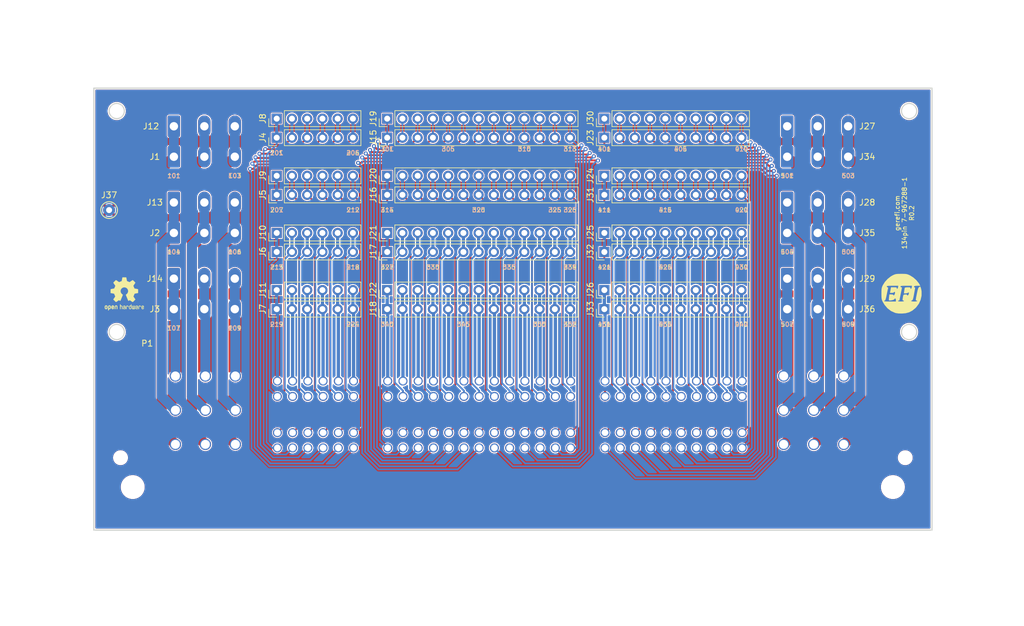
<source format=kicad_pcb>
(kicad_pcb (version 20171130) (host pcbnew "(5.1.6)-1")
  (title_block (title "134pin 7-967288-1 Breakout board") (date 2020-08-21) (rev R0.2))
  (layers (0 F.Cu signal) (31 B.Cu signal) (34 B.Paste user) (35 F.Paste user) (36 B.SilkS user) (37 F.SilkS user) (38 B.Mask user) (39 F.Mask user) (44 Edge.Cuts user))
  (net 0 "")
  (net 1 "Net-(J1-Pad2)")
  (net 2 "Net-(J5-Pad5)")
  (net 3 "Net-(J5-Pad4)")
  (net 4 "Net-(J5-Pad3)")
  (net 5 "Net-(J5-Pad2)")
  (net 6 "Net-(J11-Pad5)")
  (net 7 "Net-(J11-Pad4)")
  (net 8 "Net-(J11-Pad3)")
  (net 9 "Net-(J11-Pad2)")
  (net 10 "Net-(J10-Pad5)")
  (net 11 "Net-(J10-Pad4)")
  (net 12 "Net-(J10-Pad3)")
  (net 13 "Net-(J10-Pad2)")
  (net 14 "Net-(J13-Pad2)")
  (net 15 "Net-(J14-Pad2)")
  (net 16 "Net-(J4-Pad5)")
  (net 17 "Net-(J4-Pad4)")
  (net 18 "Net-(J4-Pad3)")
  (net 19 "Net-(J4-Pad2)")
  (net 20 "Net-(J15-Pad12)")
  (net 21 "Net-(J15-Pad11)")
  (net 22 "Net-(J15-Pad9)")
  (net 23 "Net-(J15-Pad8)")
  (net 24 "Net-(J15-Pad7)")
  (net 25 "Net-(J15-Pad6)")
  (net 26 "Net-(J15-Pad4)")
  (net 27 "Net-(J15-Pad3)")
  (net 28 "Net-(J15-Pad2)")
  (net 29 "Net-(J16-Pad11)")
  (net 30 "Net-(J16-Pad10)")
  (net 31 "Net-(J16-Pad9)")
  (net 32 "Net-(J16-Pad8)")
  (net 33 "Net-(J16-Pad6)")
  (net 34 "Net-(J16-Pad5)")
  (net 35 "Net-(J16-Pad4)")
  (net 36 "Net-(J16-Pad3)")
  (net 37 "Net-(J17-Pad2)")
  (net 38 "Net-(J17-Pad3)")
  (net 39 "Net-(J17-Pad5)")
  (net 40 "Net-(J17-Pad6)")
  (net 41 "Net-(J17-Pad7)")
  (net 42 "Net-(J17-Pad8)")
  (net 43 "Net-(J17-Pad10)")
  (net 44 "Net-(J17-Pad11)")
  (net 45 "Net-(J17-Pad12)")
  (net 46 "Net-(J18-Pad2)")
  (net 47 "Net-(J18-Pad3)")
  (net 48 "Net-(J18-Pad4)")
  (net 49 "Net-(J18-Pad5)")
  (net 50 "Net-(J18-Pad7)")
  (net 51 "Net-(J18-Pad8)")
  (net 52 "Net-(J18-Pad9)")
  (net 53 "Net-(J18-Pad10)")
  (net 54 "Net-(J18-Pad12)")
  (net 55 "Net-(J23-Pad9)")
  (net 56 "Net-(J23-Pad8)")
  (net 57 "Net-(J23-Pad7)")
  (net 58 "Net-(J23-Pad6)")
  (net 59 "Net-(J23-Pad4)")
  (net 60 "Net-(J23-Pad3)")
  (net 61 "Net-(J23-Pad2)")
  (net 62 "Net-(J24-Pad9)")
  (net 63 "Net-(J24-Pad8)")
  (net 64 "Net-(J24-Pad7)")
  (net 65 "Net-(J24-Pad6)")
  (net 66 "Net-(J24-Pad4)")
  (net 67 "Net-(J24-Pad3)")
  (net 68 "Net-(J24-Pad2)")
  (net 69 "Net-(J25-Pad2)")
  (net 70 "Net-(J25-Pad3)")
  (net 71 "Net-(J25-Pad4)")
  (net 72 "Net-(J25-Pad6)")
  (net 73 "Net-(J25-Pad7)")
  (net 74 "Net-(J25-Pad8)")
  (net 75 "Net-(J25-Pad9)")
  (net 76 "Net-(J26-Pad2)")
  (net 77 "Net-(J26-Pad3)")
  (net 78 "Net-(J26-Pad4)")
  (net 79 "Net-(J26-Pad6)")
  (net 80 "Net-(J26-Pad7)")
  (net 81 "Net-(J26-Pad8)")
  (net 82 "Net-(J26-Pad9)")
  (net 83 "Net-(J27-Pad2)")
  (net 84 "Net-(J28-Pad2)")
  (net 85 "Net-(J29-Pad2)")
  (net 86 GND)
  (net 87 /101)
  (net 88 /109)
  (net 89 /206)
  (net 90 /201)
  (net 91 /212)
  (net 92 /207)
  (net 93 /213)
  (net 94 /218)
  (net 95 /219)
  (net 96 /224)
  (net 97 /313)
  (net 98 /310)
  (net 99 /305)
  (net 100 /301)
  (net 101 /326)
  (net 102 /325)
  (net 103 /320)
  (net 104 /315)
  (net 105 /314)
  (net 106 /327)
  (net 107 /330)
  (net 108 /335)
  (net 109 /339)
  (net 110 /340)
  (net 111 /345)
  (net 112 /350)
  (net 113 /352)
  (net 114 /410)
  (net 115 /405)
  (net 116 /401)
  (net 117 /420)
  (net 118 /415)
  (net 119 /411)
  (net 120 /421)
  (net 121 /425)
  (net 122 /430)
  (net 123 /431)
  (net 124 /435)
  (net 125 /440)
  (net 126 /503)
  (net 127 /501)
  (net 128 /506)
  (net 129 /504)
  (net 130 /507)
  (net 131 /509)
  (net 132 /103)
  (net 133 /106)
  (net 134 /104)
  (net 135 /107)
  (module Connector_Phoenix_MSTB:PhoenixContact_MSTBA_2,5_3-G-5,08_1x03_P5.08mm_Horizontal (layer F.Cu) (at 191.77 69.85)
    (fp_text reference J27 (at 13.335 0) (layer F.SilkS))
    (fp_text value Conn_01x03)
    (pad 3 thru_hole oval (at 10.16 0) (size 2.08 3.6) (drill 1.4) (layers *.Cu *.Mask) (net 126 /503))
    (pad 2 thru_hole oval (at 5.08 0) (size 2.08 3.6) (drill 1.4) (layers *.Cu *.Mask) (net 83 "Net-(J27-Pad2)"))
    (pad 1 thru_hole roundrect (at 0 0) (size 2.08 3.6) (drill 1.4) (layers *.Cu *.Mask) (roundrect_rratio 0.120192) (net 127 /501))
  )
  (module Connector_Phoenix_MSTB:PhoenixContact_MSTBA_2,5_3-G-5,08_1x03_P5.08mm_Horizontal (layer F.Cu) (at 89.535 95.25)
    (fp_text reference J14 (at -3.175 0) (layer F.SilkS))
    (fp_text value Conn_01x03)
    (pad 1 thru_hole roundrect (at 0 0) (size 2.08 3.6) (drill 1.4) (layers *.Cu *.Mask) (roundrect_rratio 0.120192) (net 135 /107))
    (pad 2 thru_hole oval (at 5.08 0) (size 2.08 3.6) (drill 1.4) (layers *.Cu *.Mask) (net 15 "Net-(J14-Pad2)"))
    (pad 3 thru_hole oval (at 10.16 0) (size 2.08 3.6) (drill 1.4) (layers *.Cu *.Mask) (net 88 /109))
  )
  (module Connector_Phoenix_MSTB:PhoenixContact_MSTBA_2,5_3-G-5,08_1x03_P5.08mm_Horizontal (layer F.Cu) (at 89.535 100.33)
    (fp_text reference J3 (at -3.175 0) (layer F.SilkS))
    (fp_text value Conn_01x03)
    (pad 1 thru_hole roundrect (at 0 0) (size 2.08 3.6) (drill 1.4) (layers *.Cu *.Mask) (roundrect_rratio 0.120192) (net 135 /107))
    (pad 2 thru_hole oval (at 5.08 0) (size 2.08 3.6) (drill 1.4) (layers *.Cu *.Mask) (net 15 "Net-(J14-Pad2)"))
    (pad 3 thru_hole oval (at 10.16 0) (size 2.08 3.6) (drill 1.4) (layers *.Cu *.Mask) (net 88 /109))
  )
  (module Connector_Phoenix_MSTB:PhoenixContact_MSTBA_2,5_3-G-5,08_1x03_P5.08mm_Horizontal (layer F.Cu) (at 89.535 87.63)
    (fp_text reference J2 (at -3.175 0) (layer F.SilkS))
    (fp_text value Conn_01x03)
    (pad 3 thru_hole oval (at 10.16 0) (size 2.08 3.6) (drill 1.4) (layers *.Cu *.Mask) (net 133 /106))
    (pad 2 thru_hole oval (at 5.08 0) (size 2.08 3.6) (drill 1.4) (layers *.Cu *.Mask) (net 14 "Net-(J13-Pad2)"))
    (pad 1 thru_hole roundrect (at 0 0) (size 2.08 3.6) (drill 1.4) (layers *.Cu *.Mask) (roundrect_rratio 0.120192) (net 134 /104))
  )
  (module Connector_Phoenix_MSTB:PhoenixContact_MSTBA_2,5_3-G-5,08_1x03_P5.08mm_Horizontal (layer F.Cu) (at 89.535 82.55)
    (fp_text reference J13 (at -3.175 0) (layer F.SilkS))
    (fp_text value Conn_01x03)
    (pad 3 thru_hole oval (at 10.16 0) (size 2.08 3.6) (drill 1.4) (layers *.Cu *.Mask) (net 133 /106))
    (pad 2 thru_hole oval (at 5.08 0) (size 2.08 3.6) (drill 1.4) (layers *.Cu *.Mask) (net 14 "Net-(J13-Pad2)"))
    (pad 1 thru_hole roundrect (at 0 0) (size 2.08 3.6) (drill 1.4) (layers *.Cu *.Mask) (roundrect_rratio 0.120192) (net 134 /104))
  )
  (module Connector_Phoenix_MSTB:PhoenixContact_MSTBA_2,5_3-G-5,08_1x03_P5.08mm_Horizontal (layer F.Cu) (at 89.535 69.85)
    (fp_text reference J12 (at -3.81 0) (layer F.SilkS))
    (fp_text value Conn_01x03)
    (pad 1 thru_hole roundrect (at 0 0) (size 2.08 3.6) (drill 1.4) (layers *.Cu *.Mask) (roundrect_rratio 0.120192) (net 87 /101))
    (pad 2 thru_hole oval (at 5.08 0) (size 2.08 3.6) (drill 1.4) (layers *.Cu *.Mask) (net 1 "Net-(J1-Pad2)"))
    (pad 3 thru_hole oval (at 10.16 0) (size 2.08 3.6) (drill 1.4) (layers *.Cu *.Mask) (net 132 /103))
  )
  (module Connector_Phoenix_MSTB:PhoenixContact_MSTBA_2,5_3-G-5,08_1x03_P5.08mm_Horizontal (layer F.Cu) (at 89.535 74.93)
    (fp_text reference J1 (at -3.175 0) (layer F.SilkS))
    (fp_text value Conn_01x03)
    (pad 3 thru_hole oval (at 10.16 0) (size 2.08 3.6) (drill 1.4) (layers *.Cu *.Mask) (net 132 /103))
    (pad 2 thru_hole oval (at 5.08 0) (size 2.08 3.6) (drill 1.4) (layers *.Cu *.Mask) (net 1 "Net-(J1-Pad2)"))
    (pad 1 thru_hole roundrect (at 0 0) (size 2.08 3.6) (drill 1.4) (layers *.Cu *.Mask) (roundrect_rratio 0.120192) (net 87 /101))
  )
  (module Connector_Phoenix_MSTB:PhoenixContact_MSTBA_2,5_3-G-5,08_1x03_P5.08mm_Horizontal (layer F.Cu) (at 191.77 74.93)
    (fp_text reference J34 (at 13.335 0) (layer F.SilkS))
    (fp_text value Conn_01x03)
    (pad 1 thru_hole roundrect (at 0 0) (size 2.08 3.6) (drill 1.4) (layers *.Cu *.Mask) (roundrect_rratio 0.120192) (net 127 /501))
    (pad 2 thru_hole oval (at 5.08 0) (size 2.08 3.6) (drill 1.4) (layers *.Cu *.Mask) (net 83 "Net-(J27-Pad2)"))
    (pad 3 thru_hole oval (at 10.16 0) (size 2.08 3.6) (drill 1.4) (layers *.Cu *.Mask) (net 126 /503))
  )
  (module Connector_Phoenix_MSTB:PhoenixContact_MSTBA_2,5_3-G-5,08_1x03_P5.08mm_Horizontal (layer F.Cu) (at 191.77 82.55)
    (fp_text reference J28 (at 13.335 0) (layer F.SilkS))
    (fp_text value Conn_01x03)
    (pad 3 thru_hole oval (at 10.16 0) (size 2.08 3.6) (drill 1.4) (layers *.Cu *.Mask) (net 128 /506))
    (pad 2 thru_hole oval (at 5.08 0) (size 2.08 3.6) (drill 1.4) (layers *.Cu *.Mask) (net 84 "Net-(J28-Pad2)"))
    (pad 1 thru_hole roundrect (at 0 0) (size 2.08 3.6) (drill 1.4) (layers *.Cu *.Mask) (roundrect_rratio 0.120192) (net 129 /504))
  )
  (module Connector_Phoenix_MSTB:PhoenixContact_MSTBA_2,5_3-G-5,08_1x03_P5.08mm_Horizontal (layer F.Cu) (at 191.77 87.63)
    (fp_text reference J35 (at 13.335 0) (layer F.SilkS))
    (fp_text value Conn_01x03)
    (pad 3 thru_hole oval (at 10.16 0) (size 2.08 3.6) (drill 1.4) (layers *.Cu *.Mask) (net 128 /506))
    (pad 2 thru_hole oval (at 5.08 0) (size 2.08 3.6) (drill 1.4) (layers *.Cu *.Mask) (net 84 "Net-(J28-Pad2)"))
    (pad 1 thru_hole roundrect (at 0 0) (size 2.08 3.6) (drill 1.4) (layers *.Cu *.Mask) (roundrect_rratio 0.120192) (net 129 /504))
  )
  (module Connector_Phoenix_MSTB:PhoenixContact_MSTBA_2,5_3-G-5,08_1x03_P5.08mm_Horizontal (layer F.Cu) (at 191.77 100.33)
    (fp_text reference J36 (at 13.335 0) (layer F.SilkS))
    (fp_text value Conn_01x03)
    (pad 1 thru_hole roundrect (at 0 0) (size 2.08 3.6) (drill 1.4) (layers *.Cu *.Mask) (roundrect_rratio 0.120192) (net 130 /507))
    (pad 2 thru_hole oval (at 5.08 0) (size 2.08 3.6) (drill 1.4) (layers *.Cu *.Mask) (net 85 "Net-(J29-Pad2)"))
    (pad 3 thru_hole oval (at 10.16 0) (size 2.08 3.6) (drill 1.4) (layers *.Cu *.Mask) (net 131 /509))
  )
  (module Connector_Phoenix_MSTB:PhoenixContact_MSTBA_2,5_3-G-5,08_1x03_P5.08mm_Horizontal (layer F.Cu) (at 191.77 95.25)
    (fp_text reference J29 (at 13.335 0) (layer F.SilkS))
    (fp_text value Conn_01x03)
    (pad 1 thru_hole roundrect (at 0 0) (size 2.08 3.6) (drill 1.4) (layers *.Cu *.Mask) (roundrect_rratio 0.120192) (net 130 /507))
    (pad 2 thru_hole oval (at 5.08 0) (size 2.08 3.6) (drill 1.4) (layers *.Cu *.Mask) (net 85 "Net-(J29-Pad2)"))
    (pad 3 thru_hole oval (at 10.16 0) (size 2.08 3.6) (drill 1.4) (layers *.Cu *.Mask) (net 131 /509))
  )
  (module Connector_PinHeader_2.54mm:PinHeader_1x06_P2.54mm_Vertical (layer F.Cu) (at 106.68 71.755 90)
    (fp_text reference J4 (at 0 -2.33 90) (layer F.SilkS))
    (fp_text value Conn_01x06)
    (pad 6 thru_hole oval (at 0 12.7 90) (size 1.7 1.7) (drill 1) (layers *.Cu *.Mask) (net 89 /206))
    (pad 5 thru_hole oval (at 0 10.16 90) (size 1.7 1.7) (drill 1) (layers *.Cu *.Mask) (net 16 "Net-(J4-Pad5)"))
    (pad 4 thru_hole oval (at 0 7.62 90) (size 1.7 1.7) (drill 1) (layers *.Cu *.Mask) (net 17 "Net-(J4-Pad4)"))
    (pad 3 thru_hole oval (at 0 5.08 90) (size 1.7 1.7) (drill 1) (layers *.Cu *.Mask) (net 18 "Net-(J4-Pad3)"))
    (pad 2 thru_hole oval (at 0 2.54 90) (size 1.7 1.7) (drill 1) (layers *.Cu *.Mask) (net 19 "Net-(J4-Pad2)"))
    (pad 1 thru_hole rect (at 0 0 90) (size 1.7 1.7) (drill 1) (layers *.Cu *.Mask) (net 90 /201))
  )
  (module Connector_PinHeader_2.54mm:PinHeader_1x06_P2.54mm_Vertical (layer F.Cu) (at 106.68 81.28 90)
    (fp_text reference J5 (at 0 -2.33 90) (layer F.SilkS))
    (fp_text value Conn_01x06)
    (pad 6 thru_hole oval (at 0 12.7 90) (size 1.7 1.7) (drill 1) (layers *.Cu *.Mask) (net 91 /212))
    (pad 5 thru_hole oval (at 0 10.16 90) (size 1.7 1.7) (drill 1) (layers *.Cu *.Mask) (net 2 "Net-(J5-Pad5)"))
    (pad 4 thru_hole oval (at 0 7.62 90) (size 1.7 1.7) (drill 1) (layers *.Cu *.Mask) (net 3 "Net-(J5-Pad4)"))
    (pad 3 thru_hole oval (at 0 5.08 90) (size 1.7 1.7) (drill 1) (layers *.Cu *.Mask) (net 4 "Net-(J5-Pad3)"))
    (pad 2 thru_hole oval (at 0 2.54 90) (size 1.7 1.7) (drill 1) (layers *.Cu *.Mask) (net 5 "Net-(J5-Pad2)"))
    (pad 1 thru_hole rect (at 0 0 90) (size 1.7 1.7) (drill 1) (layers *.Cu *.Mask) (net 92 /207))
  )
  (module Connector_PinHeader_2.54mm:PinHeader_1x06_P2.54mm_Vertical (layer F.Cu) (at 106.68 90.805 90)
    (fp_text reference J6 (at 0 -2.33 90) (layer F.SilkS))
    (fp_text value Conn_01x06)
    (pad 1 thru_hole rect (at 0 0 90) (size 1.7 1.7) (drill 1) (layers *.Cu *.Mask) (net 93 /213))
    (pad 2 thru_hole oval (at 0 2.54 90) (size 1.7 1.7) (drill 1) (layers *.Cu *.Mask) (net 13 "Net-(J10-Pad2)"))
    (pad 3 thru_hole oval (at 0 5.08 90) (size 1.7 1.7) (drill 1) (layers *.Cu *.Mask) (net 12 "Net-(J10-Pad3)"))
    (pad 4 thru_hole oval (at 0 7.62 90) (size 1.7 1.7) (drill 1) (layers *.Cu *.Mask) (net 11 "Net-(J10-Pad4)"))
    (pad 5 thru_hole oval (at 0 10.16 90) (size 1.7 1.7) (drill 1) (layers *.Cu *.Mask) (net 10 "Net-(J10-Pad5)"))
    (pad 6 thru_hole oval (at 0 12.7 90) (size 1.7 1.7) (drill 1) (layers *.Cu *.Mask) (net 94 /218))
  )
  (module Connector_PinHeader_2.54mm:PinHeader_1x06_P2.54mm_Vertical (layer F.Cu) (at 106.68 100.33 90)
    (fp_text reference J7 (at 0 -2.33 90) (layer F.SilkS))
    (fp_text value Conn_01x06)
    (pad 1 thru_hole rect (at 0 0 90) (size 1.7 1.7) (drill 1) (layers *.Cu *.Mask) (net 95 /219))
    (pad 2 thru_hole oval (at 0 2.54 90) (size 1.7 1.7) (drill 1) (layers *.Cu *.Mask) (net 9 "Net-(J11-Pad2)"))
    (pad 3 thru_hole oval (at 0 5.08 90) (size 1.7 1.7) (drill 1) (layers *.Cu *.Mask) (net 8 "Net-(J11-Pad3)"))
    (pad 4 thru_hole oval (at 0 7.62 90) (size 1.7 1.7) (drill 1) (layers *.Cu *.Mask) (net 7 "Net-(J11-Pad4)"))
    (pad 5 thru_hole oval (at 0 10.16 90) (size 1.7 1.7) (drill 1) (layers *.Cu *.Mask) (net 6 "Net-(J11-Pad5)"))
    (pad 6 thru_hole oval (at 0 12.7 90) (size 1.7 1.7) (drill 1) (layers *.Cu *.Mask) (net 96 /224))
  )
  (module Connector_PinHeader_2.54mm:PinHeader_1x06_P2.54mm_Vertical (layer F.Cu) (at 106.68 68.58 90)
    (fp_text reference J8 (at 0 -2.33 90) (layer F.SilkS))
    (fp_text value Conn_01x06)
    (pad 1 thru_hole rect (at 0 0 90) (size 1.7 1.7) (drill 1) (layers *.Cu *.Mask) (net 90 /201))
    (pad 2 thru_hole oval (at 0 2.54 90) (size 1.7 1.7) (drill 1) (layers *.Cu *.Mask) (net 19 "Net-(J4-Pad2)"))
    (pad 3 thru_hole oval (at 0 5.08 90) (size 1.7 1.7) (drill 1) (layers *.Cu *.Mask) (net 18 "Net-(J4-Pad3)"))
    (pad 4 thru_hole oval (at 0 7.62 90) (size 1.7 1.7) (drill 1) (layers *.Cu *.Mask) (net 17 "Net-(J4-Pad4)"))
    (pad 5 thru_hole oval (at 0 10.16 90) (size 1.7 1.7) (drill 1) (layers *.Cu *.Mask) (net 16 "Net-(J4-Pad5)"))
    (pad 6 thru_hole oval (at 0 12.7 90) (size 1.7 1.7) (drill 1) (layers *.Cu *.Mask) (net 89 /206))
  )
  (module Connector_PinHeader_2.54mm:PinHeader_1x06_P2.54mm_Vertical (layer F.Cu) (at 106.68 78.105 90)
    (fp_text reference J9 (at 0 -2.33 90) (layer F.SilkS))
    (fp_text value Conn_01x06)
    (pad 6 thru_hole oval (at 0 12.7 90) (size 1.7 1.7) (drill 1) (layers *.Cu *.Mask) (net 91 /212))
    (pad 5 thru_hole oval (at 0 10.16 90) (size 1.7 1.7) (drill 1) (layers *.Cu *.Mask) (net 2 "Net-(J5-Pad5)"))
    (pad 4 thru_hole oval (at 0 7.62 90) (size 1.7 1.7) (drill 1) (layers *.Cu *.Mask) (net 3 "Net-(J5-Pad4)"))
    (pad 3 thru_hole oval (at 0 5.08 90) (size 1.7 1.7) (drill 1) (layers *.Cu *.Mask) (net 4 "Net-(J5-Pad3)"))
    (pad 2 thru_hole oval (at 0 2.54 90) (size 1.7 1.7) (drill 1) (layers *.Cu *.Mask) (net 5 "Net-(J5-Pad2)"))
    (pad 1 thru_hole rect (at 0 0 90) (size 1.7 1.7) (drill 1) (layers *.Cu *.Mask) (net 92 /207))
  )
  (module Connector_PinHeader_2.54mm:PinHeader_1x06_P2.54mm_Vertical (layer F.Cu) (at 106.68 87.63 90)
    (fp_text reference J10 (at 0 -2.33 90) (layer F.SilkS))
    (fp_text value Conn_01x06)
    (pad 1 thru_hole rect (at 0 0 90) (size 1.7 1.7) (drill 1) (layers *.Cu *.Mask) (net 93 /213))
    (pad 2 thru_hole oval (at 0 2.54 90) (size 1.7 1.7) (drill 1) (layers *.Cu *.Mask) (net 13 "Net-(J10-Pad2)"))
    (pad 3 thru_hole oval (at 0 5.08 90) (size 1.7 1.7) (drill 1) (layers *.Cu *.Mask) (net 12 "Net-(J10-Pad3)"))
    (pad 4 thru_hole oval (at 0 7.62 90) (size 1.7 1.7) (drill 1) (layers *.Cu *.Mask) (net 11 "Net-(J10-Pad4)"))
    (pad 5 thru_hole oval (at 0 10.16 90) (size 1.7 1.7) (drill 1) (layers *.Cu *.Mask) (net 10 "Net-(J10-Pad5)"))
    (pad 6 thru_hole oval (at 0 12.7 90) (size 1.7 1.7) (drill 1) (layers *.Cu *.Mask) (net 94 /218))
  )
  (module Connector_PinHeader_2.54mm:PinHeader_1x06_P2.54mm_Vertical (layer F.Cu) (at 106.68 97.155 90)
    (fp_text reference J11 (at 0 -2.33 90) (layer F.SilkS))
    (fp_text value Conn_01x06)
    (pad 6 thru_hole oval (at 0 12.7 90) (size 1.7 1.7) (drill 1) (layers *.Cu *.Mask) (net 96 /224))
    (pad 5 thru_hole oval (at 0 10.16 90) (size 1.7 1.7) (drill 1) (layers *.Cu *.Mask) (net 6 "Net-(J11-Pad5)"))
    (pad 4 thru_hole oval (at 0 7.62 90) (size 1.7 1.7) (drill 1) (layers *.Cu *.Mask) (net 7 "Net-(J11-Pad4)"))
    (pad 3 thru_hole oval (at 0 5.08 90) (size 1.7 1.7) (drill 1) (layers *.Cu *.Mask) (net 8 "Net-(J11-Pad3)"))
    (pad 2 thru_hole oval (at 0 2.54 90) (size 1.7 1.7) (drill 1) (layers *.Cu *.Mask) (net 9 "Net-(J11-Pad2)"))
    (pad 1 thru_hole rect (at 0 0 90) (size 1.7 1.7) (drill 1) (layers *.Cu *.Mask) (net 95 /219))
  )
  (module Connector_PinHeader_2.54mm:PinHeader_1x13_P2.54mm_Vertical (layer F.Cu) (at 125.095 71.755 90)
    (fp_text reference J15 (at 0 -2.33 90) (layer F.SilkS))
    (fp_text value Conn_01x13)
    (pad 13 thru_hole oval (at 0 30.48 90) (size 1.7 1.7) (drill 1) (layers *.Cu *.Mask) (net 97 /313))
    (pad 12 thru_hole oval (at 0 27.94 90) (size 1.7 1.7) (drill 1) (layers *.Cu *.Mask) (net 20 "Net-(J15-Pad12)"))
    (pad 11 thru_hole oval (at 0 25.4 90) (size 1.7 1.7) (drill 1) (layers *.Cu *.Mask) (net 21 "Net-(J15-Pad11)"))
    (pad 10 thru_hole oval (at 0 22.86 90) (size 1.7 1.7) (drill 1) (layers *.Cu *.Mask) (net 98 /310))
    (pad 9 thru_hole oval (at 0 20.32 90) (size 1.7 1.7) (drill 1) (layers *.Cu *.Mask) (net 22 "Net-(J15-Pad9)"))
    (pad 8 thru_hole oval (at 0 17.78 90) (size 1.7 1.7) (drill 1) (layers *.Cu *.Mask) (net 23 "Net-(J15-Pad8)"))
    (pad 7 thru_hole oval (at 0 15.24 90) (size 1.7 1.7) (drill 1) (layers *.Cu *.Mask) (net 24 "Net-(J15-Pad7)"))
    (pad 6 thru_hole oval (at 0 12.7 90) (size 1.7 1.7) (drill 1) (layers *.Cu *.Mask) (net 25 "Net-(J15-Pad6)"))
    (pad 5 thru_hole oval (at 0 10.16 90) (size 1.7 1.7) (drill 1) (layers *.Cu *.Mask) (net 99 /305))
    (pad 4 thru_hole oval (at 0 7.62 90) (size 1.7 1.7) (drill 1) (layers *.Cu *.Mask) (net 26 "Net-(J15-Pad4)"))
    (pad 3 thru_hole oval (at 0 5.08 90) (size 1.7 1.7) (drill 1) (layers *.Cu *.Mask) (net 27 "Net-(J15-Pad3)"))
    (pad 2 thru_hole oval (at 0 2.54 90) (size 1.7 1.7) (drill 1) (layers *.Cu *.Mask) (net 28 "Net-(J15-Pad2)"))
    (pad 1 thru_hole rect (at 0 0 90) (size 1.7 1.7) (drill 1) (layers *.Cu *.Mask) (net 100 /301))
  )
  (module Connector_PinHeader_2.54mm:PinHeader_1x13_P2.54mm_Vertical (layer F.Cu) (at 125.095 81.28 90)
    (fp_text reference J16 (at 0 -2.33 90) (layer F.SilkS))
    (fp_text value Conn_01x13)
    (pad 13 thru_hole oval (at 0 30.48 90) (size 1.7 1.7) (drill 1) (layers *.Cu *.Mask) (net 101 /326))
    (pad 12 thru_hole oval (at 0 27.94 90) (size 1.7 1.7) (drill 1) (layers *.Cu *.Mask) (net 102 /325))
    (pad 11 thru_hole oval (at 0 25.4 90) (size 1.7 1.7) (drill 1) (layers *.Cu *.Mask) (net 29 "Net-(J16-Pad11)"))
    (pad 10 thru_hole oval (at 0 22.86 90) (size 1.7 1.7) (drill 1) (layers *.Cu *.Mask) (net 30 "Net-(J16-Pad10)"))
    (pad 9 thru_hole oval (at 0 20.32 90) (size 1.7 1.7) (drill 1) (layers *.Cu *.Mask) (net 31 "Net-(J16-Pad9)"))
    (pad 8 thru_hole oval (at 0 17.78 90) (size 1.7 1.7) (drill 1) (layers *.Cu *.Mask) (net 32 "Net-(J16-Pad8)"))
    (pad 7 thru_hole oval (at 0 15.24 90) (size 1.7 1.7) (drill 1) (layers *.Cu *.Mask) (net 103 /320))
    (pad 6 thru_hole oval (at 0 12.7 90) (size 1.7 1.7) (drill 1) (layers *.Cu *.Mask) (net 33 "Net-(J16-Pad6)"))
    (pad 5 thru_hole oval (at 0 10.16 90) (size 1.7 1.7) (drill 1) (layers *.Cu *.Mask) (net 34 "Net-(J16-Pad5)"))
    (pad 4 thru_hole oval (at 0 7.62 90) (size 1.7 1.7) (drill 1) (layers *.Cu *.Mask) (net 35 "Net-(J16-Pad4)"))
    (pad 3 thru_hole oval (at 0 5.08 90) (size 1.7 1.7) (drill 1) (layers *.Cu *.Mask) (net 36 "Net-(J16-Pad3)"))
    (pad 2 thru_hole oval (at 0 2.54 90) (size 1.7 1.7) (drill 1) (layers *.Cu *.Mask) (net 104 /315))
    (pad 1 thru_hole rect (at 0 0 90) (size 1.7 1.7) (drill 1) (layers *.Cu *.Mask) (net 105 /314))
  )
  (module Connector_PinHeader_2.54mm:PinHeader_1x13_P2.54mm_Vertical (layer F.Cu) (at 125.095 90.805 90)
    (fp_text reference J17 (at 0 -2.33 90) (layer F.SilkS))
    (fp_text value Conn_01x13)
    (pad 1 thru_hole rect (at 0 0 90) (size 1.7 1.7) (drill 1) (layers *.Cu *.Mask) (net 106 /327))
    (pad 2 thru_hole oval (at 0 2.54 90) (size 1.7 1.7) (drill 1) (layers *.Cu *.Mask) (net 37 "Net-(J17-Pad2)"))
    (pad 3 thru_hole oval (at 0 5.08 90) (size 1.7 1.7) (drill 1) (layers *.Cu *.Mask) (net 38 "Net-(J17-Pad3)"))
    (pad 4 thru_hole oval (at 0 7.62 90) (size 1.7 1.7) (drill 1) (layers *.Cu *.Mask) (net 107 /330))
    (pad 5 thru_hole oval (at 0 10.16 90) (size 1.7 1.7) (drill 1) (layers *.Cu *.Mask) (net 39 "Net-(J17-Pad5)"))
    (pad 6 thru_hole oval (at 0 12.7 90) (size 1.7 1.7) (drill 1) (layers *.Cu *.Mask) (net 40 "Net-(J17-Pad6)"))
    (pad 7 thru_hole oval (at 0 15.24 90) (size 1.7 1.7) (drill 1) (layers *.Cu *.Mask) (net 41 "Net-(J17-Pad7)"))
    (pad 8 thru_hole oval (at 0 17.78 90) (size 1.7 1.7) (drill 1) (layers *.Cu *.Mask) (net 42 "Net-(J17-Pad8)"))
    (pad 9 thru_hole oval (at 0 20.32 90) (size 1.7 1.7) (drill 1) (layers *.Cu *.Mask) (net 108 /335))
    (pad 10 thru_hole oval (at 0 22.86 90) (size 1.7 1.7) (drill 1) (layers *.Cu *.Mask) (net 43 "Net-(J17-Pad10)"))
    (pad 11 thru_hole oval (at 0 25.4 90) (size 1.7 1.7) (drill 1) (layers *.Cu *.Mask) (net 44 "Net-(J17-Pad11)"))
    (pad 12 thru_hole oval (at 0 27.94 90) (size 1.7 1.7) (drill 1) (layers *.Cu *.Mask) (net 45 "Net-(J17-Pad12)"))
    (pad 13 thru_hole oval (at 0 30.48 90) (size 1.7 1.7) (drill 1) (layers *.Cu *.Mask) (net 109 /339))
  )
  (module Connector_PinHeader_2.54mm:PinHeader_1x13_P2.54mm_Vertical (layer F.Cu) (at 125.095 100.33 90)
    (fp_text reference J18 (at 0 -2.33 90) (layer F.SilkS))
    (fp_text value Conn_01x13)
    (pad 1 thru_hole rect (at 0 0 90) (size 1.7 1.7) (drill 1) (layers *.Cu *.Mask) (net 110 /340))
    (pad 2 thru_hole oval (at 0 2.54 90) (size 1.7 1.7) (drill 1) (layers *.Cu *.Mask) (net 46 "Net-(J18-Pad2)"))
    (pad 3 thru_hole oval (at 0 5.08 90) (size 1.7 1.7) (drill 1) (layers *.Cu *.Mask) (net 47 "Net-(J18-Pad3)"))
    (pad 4 thru_hole oval (at 0 7.62 90) (size 1.7 1.7) (drill 1) (layers *.Cu *.Mask) (net 48 "Net-(J18-Pad4)"))
    (pad 5 thru_hole oval (at 0 10.16 90) (size 1.7 1.7) (drill 1) (layers *.Cu *.Mask) (net 49 "Net-(J18-Pad5)"))
    (pad 6 thru_hole oval (at 0 12.7 90) (size 1.7 1.7) (drill 1) (layers *.Cu *.Mask) (net 111 /345))
    (pad 7 thru_hole oval (at 0 15.24 90) (size 1.7 1.7) (drill 1) (layers *.Cu *.Mask) (net 50 "Net-(J18-Pad7)"))
    (pad 8 thru_hole oval (at 0 17.78 90) (size 1.7 1.7) (drill 1) (layers *.Cu *.Mask) (net 51 "Net-(J18-Pad8)"))
    (pad 9 thru_hole oval (at 0 20.32 90) (size 1.7 1.7) (drill 1) (layers *.Cu *.Mask) (net 52 "Net-(J18-Pad9)"))
    (pad 10 thru_hole oval (at 0 22.86 90) (size 1.7 1.7) (drill 1) (layers *.Cu *.Mask) (net 53 "Net-(J18-Pad10)"))
    (pad 11 thru_hole oval (at 0 25.4 90) (size 1.7 1.7) (drill 1) (layers *.Cu *.Mask) (net 112 /350))
    (pad 12 thru_hole oval (at 0 27.94 90) (size 1.7 1.7) (drill 1) (layers *.Cu *.Mask) (net 54 "Net-(J18-Pad12)"))
    (pad 13 thru_hole oval (at 0 30.48 90) (size 1.7 1.7) (drill 1) (layers *.Cu *.Mask) (net 113 /352))
  )
  (module Connector_PinHeader_2.54mm:PinHeader_1x13_P2.54mm_Vertical (layer F.Cu) (at 125.095 68.58 90)
    (fp_text reference J19 (at 0 -2.33 90) (layer F.SilkS))
    (fp_text value Conn_01x13)
    (pad 1 thru_hole rect (at 0 0 90) (size 1.7 1.7) (drill 1) (layers *.Cu *.Mask) (net 100 /301))
    (pad 2 thru_hole oval (at 0 2.54 90) (size 1.7 1.7) (drill 1) (layers *.Cu *.Mask) (net 28 "Net-(J15-Pad2)"))
    (pad 3 thru_hole oval (at 0 5.08 90) (size 1.7 1.7) (drill 1) (layers *.Cu *.Mask) (net 27 "Net-(J15-Pad3)"))
    (pad 4 thru_hole oval (at 0 7.62 90) (size 1.7 1.7) (drill 1) (layers *.Cu *.Mask) (net 26 "Net-(J15-Pad4)"))
    (pad 5 thru_hole oval (at 0 10.16 90) (size 1.7 1.7) (drill 1) (layers *.Cu *.Mask) (net 99 /305))
    (pad 6 thru_hole oval (at 0 12.7 90) (size 1.7 1.7) (drill 1) (layers *.Cu *.Mask) (net 25 "Net-(J15-Pad6)"))
    (pad 7 thru_hole oval (at 0 15.24 90) (size 1.7 1.7) (drill 1) (layers *.Cu *.Mask) (net 24 "Net-(J15-Pad7)"))
    (pad 8 thru_hole oval (at 0 17.78 90) (size 1.7 1.7) (drill 1) (layers *.Cu *.Mask) (net 23 "Net-(J15-Pad8)"))
    (pad 9 thru_hole oval (at 0 20.32 90) (size 1.7 1.7) (drill 1) (layers *.Cu *.Mask) (net 22 "Net-(J15-Pad9)"))
    (pad 10 thru_hole oval (at 0 22.86 90) (size 1.7 1.7) (drill 1) (layers *.Cu *.Mask) (net 98 /310))
    (pad 11 thru_hole oval (at 0 25.4 90) (size 1.7 1.7) (drill 1) (layers *.Cu *.Mask) (net 21 "Net-(J15-Pad11)"))
    (pad 12 thru_hole oval (at 0 27.94 90) (size 1.7 1.7) (drill 1) (layers *.Cu *.Mask) (net 20 "Net-(J15-Pad12)"))
    (pad 13 thru_hole oval (at 0 30.48 90) (size 1.7 1.7) (drill 1) (layers *.Cu *.Mask) (net 97 /313))
  )
  (module Connector_PinHeader_2.54mm:PinHeader_1x13_P2.54mm_Vertical (layer F.Cu) (at 125.095 78.105 90)
    (fp_text reference J20 (at 0 -2.33 90) (layer F.SilkS))
    (fp_text value Conn_01x13)
    (pad 13 thru_hole oval (at 0 30.48 90) (size 1.7 1.7) (drill 1) (layers *.Cu *.Mask) (net 101 /326))
    (pad 12 thru_hole oval (at 0 27.94 90) (size 1.7 1.7) (drill 1) (layers *.Cu *.Mask) (net 102 /325))
    (pad 11 thru_hole oval (at 0 25.4 90) (size 1.7 1.7) (drill 1) (layers *.Cu *.Mask) (net 29 "Net-(J16-Pad11)"))
    (pad 10 thru_hole oval (at 0 22.86 90) (size 1.7 1.7) (drill 1) (layers *.Cu *.Mask) (net 30 "Net-(J16-Pad10)"))
    (pad 9 thru_hole oval (at 0 20.32 90) (size 1.7 1.7) (drill 1) (layers *.Cu *.Mask) (net 31 "Net-(J16-Pad9)"))
    (pad 8 thru_hole oval (at 0 17.78 90) (size 1.7 1.7) (drill 1) (layers *.Cu *.Mask) (net 32 "Net-(J16-Pad8)"))
    (pad 7 thru_hole oval (at 0 15.24 90) (size 1.7 1.7) (drill 1) (layers *.Cu *.Mask) (net 103 /320))
    (pad 6 thru_hole oval (at 0 12.7 90) (size 1.7 1.7) (drill 1) (layers *.Cu *.Mask) (net 33 "Net-(J16-Pad6)"))
    (pad 5 thru_hole oval (at 0 10.16 90) (size 1.7 1.7) (drill 1) (layers *.Cu *.Mask) (net 34 "Net-(J16-Pad5)"))
    (pad 4 thru_hole oval (at 0 7.62 90) (size 1.7 1.7) (drill 1) (layers *.Cu *.Mask) (net 35 "Net-(J16-Pad4)"))
    (pad 3 thru_hole oval (at 0 5.08 90) (size 1.7 1.7) (drill 1) (layers *.Cu *.Mask) (net 36 "Net-(J16-Pad3)"))
    (pad 2 thru_hole oval (at 0 2.54 90) (size 1.7 1.7) (drill 1) (layers *.Cu *.Mask) (net 104 /315))
    (pad 1 thru_hole rect (at 0 0 90) (size 1.7 1.7) (drill 1) (layers *.Cu *.Mask) (net 105 /314))
  )
  (module Connector_PinHeader_2.54mm:PinHeader_1x13_P2.54mm_Vertical (layer F.Cu) (at 125.095 87.63 90)
    (fp_text reference J21 (at 0 -2.33 90) (layer F.SilkS))
    (fp_text value Conn_01x13)
    (pad 1 thru_hole rect (at 0 0 90) (size 1.7 1.7) (drill 1) (layers *.Cu *.Mask) (net 106 /327))
    (pad 2 thru_hole oval (at 0 2.54 90) (size 1.7 1.7) (drill 1) (layers *.Cu *.Mask) (net 37 "Net-(J17-Pad2)"))
    (pad 3 thru_hole oval (at 0 5.08 90) (size 1.7 1.7) (drill 1) (layers *.Cu *.Mask) (net 38 "Net-(J17-Pad3)"))
    (pad 4 thru_hole oval (at 0 7.62 90) (size 1.7 1.7) (drill 1) (layers *.Cu *.Mask) (net 107 /330))
    (pad 5 thru_hole oval (at 0 10.16 90) (size 1.7 1.7) (drill 1) (layers *.Cu *.Mask) (net 39 "Net-(J17-Pad5)"))
    (pad 6 thru_hole oval (at 0 12.7 90) (size 1.7 1.7) (drill 1) (layers *.Cu *.Mask) (net 40 "Net-(J17-Pad6)"))
    (pad 7 thru_hole oval (at 0 15.24 90) (size 1.7 1.7) (drill 1) (layers *.Cu *.Mask) (net 41 "Net-(J17-Pad7)"))
    (pad 8 thru_hole oval (at 0 17.78 90) (size 1.7 1.7) (drill 1) (layers *.Cu *.Mask) (net 42 "Net-(J17-Pad8)"))
    (pad 9 thru_hole oval (at 0 20.32 90) (size 1.7 1.7) (drill 1) (layers *.Cu *.Mask) (net 108 /335))
    (pad 10 thru_hole oval (at 0 22.86 90) (size 1.7 1.7) (drill 1) (layers *.Cu *.Mask) (net 43 "Net-(J17-Pad10)"))
    (pad 11 thru_hole oval (at 0 25.4 90) (size 1.7 1.7) (drill 1) (layers *.Cu *.Mask) (net 44 "Net-(J17-Pad11)"))
    (pad 12 thru_hole oval (at 0 27.94 90) (size 1.7 1.7) (drill 1) (layers *.Cu *.Mask) (net 45 "Net-(J17-Pad12)"))
    (pad 13 thru_hole oval (at 0 30.48 90) (size 1.7 1.7) (drill 1) (layers *.Cu *.Mask) (net 109 /339))
  )
  (module Connector_PinHeader_2.54mm:PinHeader_1x13_P2.54mm_Vertical (layer F.Cu) (at 125.095 97.155 90)
    (fp_text reference J22 (at 0 -2.33 90) (layer F.SilkS))
    (fp_text value Conn_01x13)
    (pad 13 thru_hole oval (at 0 30.48 90) (size 1.7 1.7) (drill 1) (layers *.Cu *.Mask) (net 113 /352))
    (pad 12 thru_hole oval (at 0 27.94 90) (size 1.7 1.7) (drill 1) (layers *.Cu *.Mask) (net 54 "Net-(J18-Pad12)"))
    (pad 11 thru_hole oval (at 0 25.4 90) (size 1.7 1.7) (drill 1) (layers *.Cu *.Mask) (net 112 /350))
    (pad 10 thru_hole oval (at 0 22.86 90) (size 1.7 1.7) (drill 1) (layers *.Cu *.Mask) (net 53 "Net-(J18-Pad10)"))
    (pad 9 thru_hole oval (at 0 20.32 90) (size 1.7 1.7) (drill 1) (layers *.Cu *.Mask) (net 52 "Net-(J18-Pad9)"))
    (pad 8 thru_hole oval (at 0 17.78 90) (size 1.7 1.7) (drill 1) (layers *.Cu *.Mask) (net 51 "Net-(J18-Pad8)"))
    (pad 7 thru_hole oval (at 0 15.24 90) (size 1.7 1.7) (drill 1) (layers *.Cu *.Mask) (net 50 "Net-(J18-Pad7)"))
    (pad 6 thru_hole oval (at 0 12.7 90) (size 1.7 1.7) (drill 1) (layers *.Cu *.Mask) (net 111 /345))
    (pad 5 thru_hole oval (at 0 10.16 90) (size 1.7 1.7) (drill 1) (layers *.Cu *.Mask) (net 49 "Net-(J18-Pad5)"))
    (pad 4 thru_hole oval (at 0 7.62 90) (size 1.7 1.7) (drill 1) (layers *.Cu *.Mask) (net 48 "Net-(J18-Pad4)"))
    (pad 3 thru_hole oval (at 0 5.08 90) (size 1.7 1.7) (drill 1) (layers *.Cu *.Mask) (net 47 "Net-(J18-Pad3)"))
    (pad 2 thru_hole oval (at 0 2.54 90) (size 1.7 1.7) (drill 1) (layers *.Cu *.Mask) (net 46 "Net-(J18-Pad2)"))
    (pad 1 thru_hole rect (at 0 0 90) (size 1.7 1.7) (drill 1) (layers *.Cu *.Mask) (net 110 /340))
  )
  (module Connector_PinHeader_2.54mm:PinHeader_1x10_P2.54mm_Vertical (layer F.Cu) (at 161.29 71.755 90)
    (fp_text reference J23 (at 0 -2.33 90) (layer F.SilkS))
    (fp_text value Conn_01x10)
    (pad 10 thru_hole oval (at 0 22.86 90) (size 1.7 1.7) (drill 1) (layers *.Cu *.Mask) (net 114 /410))
    (pad 9 thru_hole oval (at 0 20.32 90) (size 1.7 1.7) (drill 1) (layers *.Cu *.Mask) (net 55 "Net-(J23-Pad9)"))
    (pad 8 thru_hole oval (at 0 17.78 90) (size 1.7 1.7) (drill 1) (layers *.Cu *.Mask) (net 56 "Net-(J23-Pad8)"))
    (pad 7 thru_hole oval (at 0 15.24 90) (size 1.7 1.7) (drill 1) (layers *.Cu *.Mask) (net 57 "Net-(J23-Pad7)"))
    (pad 6 thru_hole oval (at 0 12.7 90) (size 1.7 1.7) (drill 1) (layers *.Cu *.Mask) (net 58 "Net-(J23-Pad6)"))
    (pad 5 thru_hole oval (at 0 10.16 90) (size 1.7 1.7) (drill 1) (layers *.Cu *.Mask) (net 115 /405))
    (pad 4 thru_hole oval (at 0 7.62 90) (size 1.7 1.7) (drill 1) (layers *.Cu *.Mask) (net 59 "Net-(J23-Pad4)"))
    (pad 3 thru_hole oval (at 0 5.08 90) (size 1.7 1.7) (drill 1) (layers *.Cu *.Mask) (net 60 "Net-(J23-Pad3)"))
    (pad 2 thru_hole oval (at 0 2.54 90) (size 1.7 1.7) (drill 1) (layers *.Cu *.Mask) (net 61 "Net-(J23-Pad2)"))
    (pad 1 thru_hole rect (at 0 0 90) (size 1.7 1.7) (drill 1) (layers *.Cu *.Mask) (net 116 /401))
  )
  (module Connector_PinHeader_2.54mm:PinHeader_1x10_P2.54mm_Vertical (layer F.Cu) (at 161.29 78.105 90)
    (fp_text reference J24 (at 0 -2.33 90) (layer F.SilkS))
    (fp_text value Conn_01x10)
    (pad 10 thru_hole oval (at 0 22.86 90) (size 1.7 1.7) (drill 1) (layers *.Cu *.Mask) (net 117 /420))
    (pad 9 thru_hole oval (at 0 20.32 90) (size 1.7 1.7) (drill 1) (layers *.Cu *.Mask) (net 62 "Net-(J24-Pad9)"))
    (pad 8 thru_hole oval (at 0 17.78 90) (size 1.7 1.7) (drill 1) (layers *.Cu *.Mask) (net 63 "Net-(J24-Pad8)"))
    (pad 7 thru_hole oval (at 0 15.24 90) (size 1.7 1.7) (drill 1) (layers *.Cu *.Mask) (net 64 "Net-(J24-Pad7)"))
    (pad 6 thru_hole oval (at 0 12.7 90) (size 1.7 1.7) (drill 1) (layers *.Cu *.Mask) (net 65 "Net-(J24-Pad6)"))
    (pad 5 thru_hole oval (at 0 10.16 90) (size 1.7 1.7) (drill 1) (layers *.Cu *.Mask) (net 118 /415))
    (pad 4 thru_hole oval (at 0 7.62 90) (size 1.7 1.7) (drill 1) (layers *.Cu *.Mask) (net 66 "Net-(J24-Pad4)"))
    (pad 3 thru_hole oval (at 0 5.08 90) (size 1.7 1.7) (drill 1) (layers *.Cu *.Mask) (net 67 "Net-(J24-Pad3)"))
    (pad 2 thru_hole oval (at 0 2.54 90) (size 1.7 1.7) (drill 1) (layers *.Cu *.Mask) (net 68 "Net-(J24-Pad2)"))
    (pad 1 thru_hole rect (at 0 0 90) (size 1.7 1.7) (drill 1) (layers *.Cu *.Mask) (net 119 /411))
  )
  (module Connector_PinHeader_2.54mm:PinHeader_1x10_P2.54mm_Vertical (layer F.Cu) (at 161.29 87.63 90)
    (fp_text reference J25 (at 0 -2.33 90) (layer F.SilkS))
    (fp_text value Conn_01x10)
    (pad 1 thru_hole rect (at 0 0 90) (size 1.7 1.7) (drill 1) (layers *.Cu *.Mask) (net 120 /421))
    (pad 2 thru_hole oval (at 0 2.54 90) (size 1.7 1.7) (drill 1) (layers *.Cu *.Mask) (net 69 "Net-(J25-Pad2)"))
    (pad 3 thru_hole oval (at 0 5.08 90) (size 1.7 1.7) (drill 1) (layers *.Cu *.Mask) (net 70 "Net-(J25-Pad3)"))
    (pad 4 thru_hole oval (at 0 7.62 90) (size 1.7 1.7) (drill 1) (layers *.Cu *.Mask) (net 71 "Net-(J25-Pad4)"))
    (pad 5 thru_hole oval (at 0 10.16 90) (size 1.7 1.7) (drill 1) (layers *.Cu *.Mask) (net 121 /425))
    (pad 6 thru_hole oval (at 0 12.7 90) (size 1.7 1.7) (drill 1) (layers *.Cu *.Mask) (net 72 "Net-(J25-Pad6)"))
    (pad 7 thru_hole oval (at 0 15.24 90) (size 1.7 1.7) (drill 1) (layers *.Cu *.Mask) (net 73 "Net-(J25-Pad7)"))
    (pad 8 thru_hole oval (at 0 17.78 90) (size 1.7 1.7) (drill 1) (layers *.Cu *.Mask) (net 74 "Net-(J25-Pad8)"))
    (pad 9 thru_hole oval (at 0 20.32 90) (size 1.7 1.7) (drill 1) (layers *.Cu *.Mask) (net 75 "Net-(J25-Pad9)"))
    (pad 10 thru_hole oval (at 0 22.86 90) (size 1.7 1.7) (drill 1) (layers *.Cu *.Mask) (net 122 /430))
  )
  (module Connector_PinHeader_2.54mm:PinHeader_1x10_P2.54mm_Vertical (layer F.Cu) (at 161.29 97.155 90)
    (fp_text reference J26 (at 0 -2.33 90) (layer F.SilkS))
    (fp_text value Conn_01x10)
    (pad 1 thru_hole rect (at 0 0 90) (size 1.7 1.7) (drill 1) (layers *.Cu *.Mask) (net 123 /431))
    (pad 2 thru_hole oval (at 0 2.54 90) (size 1.7 1.7) (drill 1) (layers *.Cu *.Mask) (net 76 "Net-(J26-Pad2)"))
    (pad 3 thru_hole oval (at 0 5.08 90) (size 1.7 1.7) (drill 1) (layers *.Cu *.Mask) (net 77 "Net-(J26-Pad3)"))
    (pad 4 thru_hole oval (at 0 7.62 90) (size 1.7 1.7) (drill 1) (layers *.Cu *.Mask) (net 78 "Net-(J26-Pad4)"))
    (pad 5 thru_hole oval (at 0 10.16 90) (size 1.7 1.7) (drill 1) (layers *.Cu *.Mask) (net 124 /435))
    (pad 6 thru_hole oval (at 0 12.7 90) (size 1.7 1.7) (drill 1) (layers *.Cu *.Mask) (net 79 "Net-(J26-Pad6)"))
    (pad 7 thru_hole oval (at 0 15.24 90) (size 1.7 1.7) (drill 1) (layers *.Cu *.Mask) (net 80 "Net-(J26-Pad7)"))
    (pad 8 thru_hole oval (at 0 17.78 90) (size 1.7 1.7) (drill 1) (layers *.Cu *.Mask) (net 81 "Net-(J26-Pad8)"))
    (pad 9 thru_hole oval (at 0 20.32 90) (size 1.7 1.7) (drill 1) (layers *.Cu *.Mask) (net 82 "Net-(J26-Pad9)"))
    (pad 10 thru_hole oval (at 0 22.86 90) (size 1.7 1.7) (drill 1) (layers *.Cu *.Mask) (net 125 /440))
  )
  (module Connector_PinHeader_2.54mm:PinHeader_1x10_P2.54mm_Vertical (layer F.Cu) (at 161.29 68.58 90)
    (fp_text reference J30 (at 0 -2.33 90) (layer F.SilkS))
    (fp_text value Conn_01x10)
    (pad 1 thru_hole rect (at 0 0 90) (size 1.7 1.7) (drill 1) (layers *.Cu *.Mask) (net 116 /401))
    (pad 2 thru_hole oval (at 0 2.54 90) (size 1.7 1.7) (drill 1) (layers *.Cu *.Mask) (net 61 "Net-(J23-Pad2)"))
    (pad 3 thru_hole oval (at 0 5.08 90) (size 1.7 1.7) (drill 1) (layers *.Cu *.Mask) (net 60 "Net-(J23-Pad3)"))
    (pad 4 thru_hole oval (at 0 7.62 90) (size 1.7 1.7) (drill 1) (layers *.Cu *.Mask) (net 59 "Net-(J23-Pad4)"))
    (pad 5 thru_hole oval (at 0 10.16 90) (size 1.7 1.7) (drill 1) (layers *.Cu *.Mask) (net 115 /405))
    (pad 6 thru_hole oval (at 0 12.7 90) (size 1.7 1.7) (drill 1) (layers *.Cu *.Mask) (net 58 "Net-(J23-Pad6)"))
    (pad 7 thru_hole oval (at 0 15.24 90) (size 1.7 1.7) (drill 1) (layers *.Cu *.Mask) (net 57 "Net-(J23-Pad7)"))
    (pad 8 thru_hole oval (at 0 17.78 90) (size 1.7 1.7) (drill 1) (layers *.Cu *.Mask) (net 56 "Net-(J23-Pad8)"))
    (pad 9 thru_hole oval (at 0 20.32 90) (size 1.7 1.7) (drill 1) (layers *.Cu *.Mask) (net 55 "Net-(J23-Pad9)"))
    (pad 10 thru_hole oval (at 0 22.86 90) (size 1.7 1.7) (drill 1) (layers *.Cu *.Mask) (net 114 /410))
  )
  (module Connector_PinHeader_2.54mm:PinHeader_1x10_P2.54mm_Vertical (layer F.Cu) (at 161.29 81.28 90)
    (fp_text reference J31 (at 0 -2.33 90) (layer F.SilkS))
    (fp_text value Conn_01x10)
    (pad 10 thru_hole oval (at 0 22.86 90) (size 1.7 1.7) (drill 1) (layers *.Cu *.Mask) (net 117 /420))
    (pad 9 thru_hole oval (at 0 20.32 90) (size 1.7 1.7) (drill 1) (layers *.Cu *.Mask) (net 62 "Net-(J24-Pad9)"))
    (pad 8 thru_hole oval (at 0 17.78 90) (size 1.7 1.7) (drill 1) (layers *.Cu *.Mask) (net 63 "Net-(J24-Pad8)"))
    (pad 7 thru_hole oval (at 0 15.24 90) (size 1.7 1.7) (drill 1) (layers *.Cu *.Mask) (net 64 "Net-(J24-Pad7)"))
    (pad 6 thru_hole oval (at 0 12.7 90) (size 1.7 1.7) (drill 1) (layers *.Cu *.Mask) (net 65 "Net-(J24-Pad6)"))
    (pad 5 thru_hole oval (at 0 10.16 90) (size 1.7 1.7) (drill 1) (layers *.Cu *.Mask) (net 118 /415))
    (pad 4 thru_hole oval (at 0 7.62 90) (size 1.7 1.7) (drill 1) (layers *.Cu *.Mask) (net 66 "Net-(J24-Pad4)"))
    (pad 3 thru_hole oval (at 0 5.08 90) (size 1.7 1.7) (drill 1) (layers *.Cu *.Mask) (net 67 "Net-(J24-Pad3)"))
    (pad 2 thru_hole oval (at 0 2.54 90) (size 1.7 1.7) (drill 1) (layers *.Cu *.Mask) (net 68 "Net-(J24-Pad2)"))
    (pad 1 thru_hole rect (at 0 0 90) (size 1.7 1.7) (drill 1) (layers *.Cu *.Mask) (net 119 /411))
  )
  (module Connector_PinHeader_2.54mm:PinHeader_1x10_P2.54mm_Vertical (layer F.Cu) (at 161.29 90.805 90)
    (fp_text reference J32 (at 0 -2.33 90) (layer F.SilkS))
    (fp_text value Conn_01x10)
    (pad 1 thru_hole rect (at 0 0 90) (size 1.7 1.7) (drill 1) (layers *.Cu *.Mask) (net 120 /421))
    (pad 2 thru_hole oval (at 0 2.54 90) (size 1.7 1.7) (drill 1) (layers *.Cu *.Mask) (net 69 "Net-(J25-Pad2)"))
    (pad 3 thru_hole oval (at 0 5.08 90) (size 1.7 1.7) (drill 1) (layers *.Cu *.Mask) (net 70 "Net-(J25-Pad3)"))
    (pad 4 thru_hole oval (at 0 7.62 90) (size 1.7 1.7) (drill 1) (layers *.Cu *.Mask) (net 71 "Net-(J25-Pad4)"))
    (pad 5 thru_hole oval (at 0 10.16 90) (size 1.7 1.7) (drill 1) (layers *.Cu *.Mask) (net 121 /425))
    (pad 6 thru_hole oval (at 0 12.7 90) (size 1.7 1.7) (drill 1) (layers *.Cu *.Mask) (net 72 "Net-(J25-Pad6)"))
    (pad 7 thru_hole oval (at 0 15.24 90) (size 1.7 1.7) (drill 1) (layers *.Cu *.Mask) (net 73 "Net-(J25-Pad7)"))
    (pad 8 thru_hole oval (at 0 17.78 90) (size 1.7 1.7) (drill 1) (layers *.Cu *.Mask) (net 74 "Net-(J25-Pad8)"))
    (pad 9 thru_hole oval (at 0 20.32 90) (size 1.7 1.7) (drill 1) (layers *.Cu *.Mask) (net 75 "Net-(J25-Pad9)"))
    (pad 10 thru_hole oval (at 0 22.86 90) (size 1.7 1.7) (drill 1) (layers *.Cu *.Mask) (net 122 /430))
  )
  (module Connector_PinHeader_2.54mm:PinHeader_1x10_P2.54mm_Vertical (layer F.Cu) (at 161.29 100.33 90)
    (fp_text reference J33 (at 0 -2.33 90) (layer F.SilkS))
    (fp_text value Conn_01x10)
    (pad 10 thru_hole oval (at 0 22.86 90) (size 1.7 1.7) (drill 1) (layers *.Cu *.Mask) (net 125 /440))
    (pad 9 thru_hole oval (at 0 20.32 90) (size 1.7 1.7) (drill 1) (layers *.Cu *.Mask) (net 82 "Net-(J26-Pad9)"))
    (pad 8 thru_hole oval (at 0 17.78 90) (size 1.7 1.7) (drill 1) (layers *.Cu *.Mask) (net 81 "Net-(J26-Pad8)"))
    (pad 7 thru_hole oval (at 0 15.24 90) (size 1.7 1.7) (drill 1) (layers *.Cu *.Mask) (net 80 "Net-(J26-Pad7)"))
    (pad 6 thru_hole oval (at 0 12.7 90) (size 1.7 1.7) (drill 1) (layers *.Cu *.Mask) (net 79 "Net-(J26-Pad6)"))
    (pad 5 thru_hole oval (at 0 10.16 90) (size 1.7 1.7) (drill 1) (layers *.Cu *.Mask) (net 124 /435))
    (pad 4 thru_hole oval (at 0 7.62 90) (size 1.7 1.7) (drill 1) (layers *.Cu *.Mask) (net 78 "Net-(J26-Pad4)"))
    (pad 3 thru_hole oval (at 0 5.08 90) (size 1.7 1.7) (drill 1) (layers *.Cu *.Mask) (net 77 "Net-(J26-Pad3)"))
    (pad 2 thru_hole oval (at 0 2.54 90) (size 1.7 1.7) (drill 1) (layers *.Cu *.Mask) (net 76 "Net-(J26-Pad2)"))
    (pad 1 thru_hole rect (at 0 0 90) (size 1.7 1.7) (drill 1) (layers *.Cu *.Mask) (net 123 /431))
  )
  (module gerefi:LOGO (layer F.Cu) (at 210.82 97.79)
    (fp_text reference LOGO1 hide)
    (fp_text value DNP hide)
  )
  (module Symbol:OSHW-Logo2_7.3x6mm_SilkScreen (layer F.Cu) (at 81.28 97.79)
    (fp_text reference LOGO2 hide)
    (fp_text value DNP hide)
  )
  (module 134pin_7-967288-1_KC5_FOOTPRINT:7-967288-1_134-pin-connector (layer F.Cu) (at 80.645 125.095)
    (fp_text reference P1 (at 4.445 -19.05) (layer F.SilkS))
    (fp_text value 134pin_7-967288-1_KC5)
    (pad 101 thru_hole circle (at 9.145 -2.225) (size 1.9 1.9) (drill 1.5) (layers *.Cu *.Mask) (net 87 /101))
    (pad 102 thru_hole circle (at 14.14 -2.225) (size 1.9 1.9) (drill 1.5) (layers *.Cu *.Mask) (net 1 "Net-(J1-Pad2)"))
    (pad 103 thru_hole circle (at 19.136 -2.225) (size 1.9 1.9) (drill 1.5) (layers *.Cu *.Mask) (net 132 /103))
    (pad 104 thru_hole circle (at 9.145 -7.926) (size 1.9 1.9) (drill 1.5) (layers *.Cu *.Mask) (net 134 /104))
    (pad 105 thru_hole circle (at 14.14 -7.926) (size 1.9 1.9) (drill 1.5) (layers *.Cu *.Mask) (net 14 "Net-(J13-Pad2)"))
    (pad 106 thru_hole circle (at 19.136 -7.926) (size 1.9 1.9) (drill 1.5) (layers *.Cu *.Mask) (net 133 /106))
    (pad 107 thru_hole circle (at 9.145 -13.626) (size 1.9 1.9) (drill 1.5) (layers *.Cu *.Mask) (net 135 /107))
    (pad 108 thru_hole circle (at 14.14 -13.626) (size 1.9 1.9) (drill 1.5) (layers *.Cu *.Mask) (net 15 "Net-(J14-Pad2)"))
    (pad 109 thru_hole circle (at 19.136 -13.626) (size 1.9 1.9) (drill 1.5) (layers *.Cu *.Mask) (net 88 /109))
    (pad 501 thru_hole circle (at 110.542 -2.225) (size 1.9 1.9) (drill 1.5) (layers *.Cu *.Mask) (net 127 /501))
    (pad 502 thru_hole circle (at 115.559 -2.225) (size 1.9 1.9) (drill 1.5) (layers *.Cu *.Mask) (net 83 "Net-(J27-Pad2)"))
    (pad 503 thru_hole circle (at 120.554 -2.225) (size 1.9 1.9) (drill 1.5) (layers *.Cu *.Mask) (net 126 /503))
    (pad 504 thru_hole circle (at 110.542 -7.926) (size 1.9 1.9) (drill 1.5) (layers *.Cu *.Mask) (net 129 /504))
    (pad 505 thru_hole circle (at 115.559 -7.926) (size 1.9 1.9) (drill 1.5) (layers *.Cu *.Mask) (net 84 "Net-(J28-Pad2)"))
    (pad 506 thru_hole circle (at 120.554 -7.926) (size 1.9 1.9) (drill 1.5) (layers *.Cu *.Mask) (net 128 /506))
    (pad 507 thru_hole circle (at 110.542 -13.626) (size 1.9 1.9) (drill 1.5) (layers *.Cu *.Mask) (net 130 /507))
    (pad 508 thru_hole circle (at 115.559 -13.626) (size 1.9 1.9) (drill 1.5) (layers *.Cu *.Mask) (net 85 "Net-(J29-Pad2)"))
    (pad 509 thru_hole circle (at 120.554 -13.626) (size 1.9 1.9) (drill 1.5) (layers *.Cu *.Mask) (net 131 /509))
    (pad 201 thru_hole circle (at 26.143 -1.633) (size 1.5 1.5) (drill 1.1) (layers *.Cu *.Mask) (net 90 /201))
    (pad 202 thru_hole circle (at 28.683 -1.633) (size 1.5 1.5) (drill 1.1) (layers *.Cu *.Mask) (net 19 "Net-(J4-Pad2)"))
    (pad 203 thru_hole circle (at 31.223 -1.633) (size 1.5 1.5) (drill 1.1) (layers *.Cu *.Mask) (net 18 "Net-(J4-Pad3)"))
    (pad 204 thru_hole circle (at 33.763 -1.633) (size 1.5 1.5) (drill 1.1) (layers *.Cu *.Mask) (net 17 "Net-(J4-Pad4)"))
    (pad 205 thru_hole circle (at 36.304 -1.633) (size 1.5 1.5) (drill 1.1) (layers *.Cu *.Mask) (net 16 "Net-(J4-Pad5)"))
    (pad 206 thru_hole circle (at 38.844 -1.633) (size 1.5 1.5) (drill 1.1) (layers *.Cu *.Mask) (net 89 /206))
    (pad 207 thru_hole circle (at 26.143 -4.176) (size 1.5 1.5) (drill 1.1) (layers *.Cu *.Mask) (net 92 /207))
    (pad 208 thru_hole circle (at 28.683 -4.176) (size 1.5 1.5) (drill 1.1) (layers *.Cu *.Mask) (net 5 "Net-(J5-Pad2)"))
    (pad 209 thru_hole circle (at 31.223 -4.176) (size 1.5 1.5) (drill 1.1) (layers *.Cu *.Mask) (net 4 "Net-(J5-Pad3)"))
    (pad 210 thru_hole circle (at 33.763 -4.176) (size 1.5 1.5) (drill 1.1) (layers *.Cu *.Mask) (net 3 "Net-(J5-Pad4)"))
    (pad 211 thru_hole circle (at 36.304 -4.176) (size 1.5 1.5) (drill 1.1) (layers *.Cu *.Mask) (net 2 "Net-(J5-Pad5)"))
    (pad 212 thru_hole circle (at 38.844 -4.176) (size 1.5 1.5) (drill 1.1) (layers *.Cu *.Mask) (net 91 /212))
    (pad 213 thru_hole circle (at 26.143 -10.215) (size 1.5 1.5) (drill 1.1) (layers *.Cu *.Mask) (net 93 /213))
    (pad 214 thru_hole circle (at 28.683 -10.215) (size 1.5 1.5) (drill 1.1) (layers *.Cu *.Mask) (net 13 "Net-(J10-Pad2)"))
    (pad 215 thru_hole circle (at 31.223 -10.215) (size 1.5 1.5) (drill 1.1) (layers *.Cu *.Mask) (net 12 "Net-(J10-Pad3)"))
    (pad 216 thru_hole circle (at 33.763 -10.215) (size 1.5 1.5) (drill 1.1) (layers *.Cu *.Mask) (net 11 "Net-(J10-Pad4)"))
    (pad 217 thru_hole circle (at 36.304 -10.215) (size 1.5 1.5) (drill 1.1) (layers *.Cu *.Mask) (net 10 "Net-(J10-Pad5)"))
    (pad 218 thru_hole circle (at 38.844 -10.215) (size 1.5 1.5) (drill 1.1) (layers *.Cu *.Mask) (net 94 /218))
    (pad 219 thru_hole circle (at 26.143 -12.778) (size 1.5 1.5) (drill 1.1) (layers *.Cu *.Mask) (net 95 /219))
    (pad 220 thru_hole circle (at 28.683 -12.778) (size 1.5 1.5) (drill 1.1) (layers *.Cu *.Mask) (net 9 "Net-(J11-Pad2)"))
    (pad 221 thru_hole circle (at 31.223 -12.778) (size 1.5 1.5) (drill 1.1) (layers *.Cu *.Mask) (net 8 "Net-(J11-Pad3)"))
    (pad 222 thru_hole circle (at 33.763 -12.778) (size 1.5 1.5) (drill 1.1) (layers *.Cu *.Mask) (net 7 "Net-(J11-Pad4)"))
    (pad 223 thru_hole circle (at 36.304 -12.778) (size 1.5 1.5) (drill 1.1) (layers *.Cu *.Mask) (net 6 "Net-(J11-Pad5)"))
    (pad 224 thru_hole circle (at 38.844 -12.778) (size 1.5 1.5) (drill 1.1) (layers *.Cu *.Mask) (net 96 /224))
    (pad 301 thru_hole circle (at 44.538 -1.633) (size 1.5 1.5) (drill 1.1) (layers *.Cu *.Mask) (net 100 /301))
    (pad 302 thru_hole circle (at 47.078 -1.633) (size 1.5 1.5) (drill 1.1) (layers *.Cu *.Mask) (net 28 "Net-(J15-Pad2)"))
    (pad 303 thru_hole circle (at 49.618 -1.633) (size 1.5 1.5) (drill 1.1) (layers *.Cu *.Mask) (net 27 "Net-(J15-Pad3)"))
    (pad 304 thru_hole circle (at 52.158 -1.633) (size 1.5 1.5) (drill 1.1) (layers *.Cu *.Mask) (net 26 "Net-(J15-Pad4)"))
    (pad 305 thru_hole circle (at 54.699 -1.633) (size 1.5 1.5) (drill 1.1) (layers *.Cu *.Mask) (net 99 /305))
    (pad 306 thru_hole circle (at 57.239 -1.633) (size 1.5 1.5) (drill 1.1) (layers *.Cu *.Mask) (net 25 "Net-(J15-Pad6)"))
    (pad 307 thru_hole circle (at 59.779 -1.633) (size 1.5 1.5) (drill 1.1) (layers *.Cu *.Mask) (net 24 "Net-(J15-Pad7)"))
    (pad 308 thru_hole circle (at 62.319 -1.633) (size 1.5 1.5) (drill 1.1) (layers *.Cu *.Mask) (net 23 "Net-(J15-Pad8)"))
    (pad 309 thru_hole circle (at 64.86 -1.633) (size 1.5 1.5) (drill 1.1) (layers *.Cu *.Mask) (net 22 "Net-(J15-Pad9)"))
    (pad 310 thru_hole circle (at 67.4 -1.633) (size 1.5 1.5) (drill 1.1) (layers *.Cu *.Mask) (net 98 /310))
    (pad 311 thru_hole circle (at 69.94 -1.633) (size 1.5 1.5) (drill 1.1) (layers *.Cu *.Mask) (net 21 "Net-(J15-Pad11)"))
    (pad 312 thru_hole circle (at 72.48 -1.633) (size 1.5 1.5) (drill 1.1) (layers *.Cu *.Mask) (net 20 "Net-(J15-Pad12)"))
    (pad 313 thru_hole circle (at 75.02 -1.633) (size 1.5 1.5) (drill 1.1) (layers *.Cu *.Mask) (net 97 /313))
    (pad 314 thru_hole circle (at 44.538 -4.176) (size 1.5 1.5) (drill 1.1) (layers *.Cu *.Mask) (net 105 /314))
    (pad 315 thru_hole circle (at 47.078 -4.176) (size 1.5 1.5) (drill 1.1) (layers *.Cu *.Mask) (net 104 /315))
    (pad 316 thru_hole circle (at 49.618 -4.176) (size 1.5 1.5) (drill 1.1) (layers *.Cu *.Mask) (net 36 "Net-(J16-Pad3)"))
    (pad 317 thru_hole circle (at 52.158 -4.176) (size 1.5 1.5) (drill 1.1) (layers *.Cu *.Mask) (net 35 "Net-(J16-Pad4)"))
    (pad 318 thru_hole circle (at 54.699 -4.176) (size 1.5 1.5) (drill 1.1) (layers *.Cu *.Mask) (net 34 "Net-(J16-Pad5)"))
    (pad 319 thru_hole circle (at 57.239 -4.176) (size 1.5 1.5) (drill 1.1) (layers *.Cu *.Mask) (net 33 "Net-(J16-Pad6)"))
    (pad 320 thru_hole circle (at 59.779 -4.176) (size 1.5 1.5) (drill 1.1) (layers *.Cu *.Mask) (net 103 /320))
    (pad 321 thru_hole circle (at 62.319 -4.176) (size 1.5 1.5) (drill 1.1) (layers *.Cu *.Mask) (net 32 "Net-(J16-Pad8)"))
    (pad 322 thru_hole circle (at 64.86 -4.176) (size 1.5 1.5) (drill 1.1) (layers *.Cu *.Mask) (net 31 "Net-(J16-Pad9)"))
    (pad 323 thru_hole circle (at 67.4 -4.176) (size 1.5 1.5) (drill 1.1) (layers *.Cu *.Mask) (net 30 "Net-(J16-Pad10)"))
    (pad 324 thru_hole circle (at 69.94 -4.176) (size 1.5 1.5) (drill 1.1) (layers *.Cu *.Mask) (net 29 "Net-(J16-Pad11)"))
    (pad 325 thru_hole circle (at 72.48 -4.176) (size 1.5 1.5) (drill 1.1) (layers *.Cu *.Mask) (net 102 /325))
    (pad 326 thru_hole circle (at 75.02 -4.176) (size 1.5 1.5) (drill 1.1) (layers *.Cu *.Mask) (net 101 /326))
    (pad 327 thru_hole circle (at 44.538 -10.215) (size 1.5 1.5) (drill 1.1) (layers *.Cu *.Mask) (net 106 /327))
    (pad 328 thru_hole circle (at 47.078 -10.215) (size 1.5 1.5) (drill 1.1) (layers *.Cu *.Mask) (net 37 "Net-(J17-Pad2)"))
    (pad 329 thru_hole circle (at 49.618 -10.215) (size 1.5 1.5) (drill 1.1) (layers *.Cu *.Mask) (net 38 "Net-(J17-Pad3)"))
    (pad 330 thru_hole circle (at 52.158 -10.215) (size 1.5 1.5) (drill 1.1) (layers *.Cu *.Mask) (net 107 /330))
    (pad 331 thru_hole circle (at 54.699 -10.215) (size 1.5 1.5) (drill 1.1) (layers *.Cu *.Mask) (net 39 "Net-(J17-Pad5)"))
    (pad 332 thru_hole circle (at 57.239 -10.215) (size 1.5 1.5) (drill 1.1) (layers *.Cu *.Mask) (net 40 "Net-(J17-Pad6)"))
    (pad 333 thru_hole circle (at 59.779 -10.215) (size 1.5 1.5) (drill 1.1) (layers *.Cu *.Mask) (net 41 "Net-(J17-Pad7)"))
    (pad 334 thru_hole circle (at 62.319 -10.215) (size 1.5 1.5) (drill 1.1) (layers *.Cu *.Mask) (net 42 "Net-(J17-Pad8)"))
    (pad 335 thru_hole circle (at 64.86 -10.215) (size 1.5 1.5) (drill 1.1) (layers *.Cu *.Mask) (net 108 /335))
    (pad 336 thru_hole circle (at 67.4 -10.215) (size 1.5 1.5) (drill 1.1) (layers *.Cu *.Mask) (net 43 "Net-(J17-Pad10)"))
    (pad 337 thru_hole circle (at 69.94 -10.215) (size 1.5 1.5) (drill 1.1) (layers *.Cu *.Mask) (net 44 "Net-(J17-Pad11)"))
    (pad 338 thru_hole circle (at 72.48 -10.215) (size 1.5 1.5) (drill 1.1) (layers *.Cu *.Mask) (net 45 "Net-(J17-Pad12)"))
    (pad 339 thru_hole circle (at 75.02 -10.215) (size 1.5 1.5) (drill 1.1) (layers *.Cu *.Mask) (net 109 /339))
    (pad 340 thru_hole circle (at 44.538 -12.778) (size 1.5 1.5) (drill 1.1) (layers *.Cu *.Mask) (net 110 /340))
    (pad 341 thru_hole circle (at 47.078 -12.778) (size 1.5 1.5) (drill 1.1) (layers *.Cu *.Mask) (net 46 "Net-(J18-Pad2)"))
    (pad 342 thru_hole circle (at 49.618 -12.778) (size 1.5 1.5) (drill 1.1) (layers *.Cu *.Mask) (net 47 "Net-(J18-Pad3)"))
    (pad 343 thru_hole circle (at 52.158 -12.778) (size 1.5 1.5) (drill 1.1) (layers *.Cu *.Mask) (net 48 "Net-(J18-Pad4)"))
    (pad 344 thru_hole circle (at 54.699 -12.778) (size 1.5 1.5) (drill 1.1) (layers *.Cu *.Mask) (net 49 "Net-(J18-Pad5)"))
    (pad 345 thru_hole circle (at 57.239 -12.778) (size 1.5 1.5) (drill 1.1) (layers *.Cu *.Mask) (net 111 /345))
    (pad 346 thru_hole circle (at 59.779 -12.778) (size 1.5 1.5) (drill 1.1) (layers *.Cu *.Mask) (net 50 "Net-(J18-Pad7)"))
    (pad 347 thru_hole circle (at 62.319 -12.778) (size 1.5 1.5) (drill 1.1) (layers *.Cu *.Mask) (net 51 "Net-(J18-Pad8)"))
    (pad 348 thru_hole circle (at 64.86 -12.778) (size 1.5 1.5) (drill 1.1) (layers *.Cu *.Mask) (net 52 "Net-(J18-Pad9)"))
    (pad 349 thru_hole circle (at 67.4 -12.778) (size 1.5 1.5) (drill 1.1) (layers *.Cu *.Mask) (net 53 "Net-(J18-Pad10)"))
    (pad 350 thru_hole circle (at 69.94 -12.778) (size 1.5 1.5) (drill 1.1) (layers *.Cu *.Mask) (net 112 /350))
    (pad 351 thru_hole circle (at 72.48 -12.778) (size 1.5 1.5) (drill 1.1) (layers *.Cu *.Mask) (net 54 "Net-(J18-Pad12)"))
    (pad 352 thru_hole circle (at 75.02 -12.778) (size 1.5 1.5) (drill 1.1) (layers *.Cu *.Mask) (net 113 /352))
    (pad 401 thru_hole circle (at 80.758 -1.633) (size 1.5 1.5) (drill 1.1) (layers *.Cu *.Mask) (net 116 /401))
    (pad 402 thru_hole circle (at 83.298 -1.633) (size 1.5 1.5) (drill 1.1) (layers *.Cu *.Mask) (net 61 "Net-(J23-Pad2)"))
    (pad 403 thru_hole circle (at 85.838 -1.633) (size 1.5 1.5) (drill 1.1) (layers *.Cu *.Mask) (net 60 "Net-(J23-Pad3)"))
    (pad 404 thru_hole circle (at 88.378 -1.633) (size 1.5 1.5) (drill 1.1) (layers *.Cu *.Mask) (net 59 "Net-(J23-Pad4)"))
    (pad 405 thru_hole circle (at 90.918 -1.633) (size 1.5 1.5) (drill 1.1) (layers *.Cu *.Mask) (net 115 /405))
    (pad 406 thru_hole circle (at 93.459 -1.633) (size 1.5 1.5) (drill 1.1) (layers *.Cu *.Mask) (net 58 "Net-(J23-Pad6)"))
    (pad 407 thru_hole circle (at 95.999 -1.633) (size 1.5 1.5) (drill 1.1) (layers *.Cu *.Mask) (net 57 "Net-(J23-Pad7)"))
    (pad 408 thru_hole circle (at 98.539 -1.633) (size 1.5 1.5) (drill 1.1) (layers *.Cu *.Mask) (net 56 "Net-(J23-Pad8)"))
    (pad 409 thru_hole circle (at 101.079 -1.633) (size 1.5 1.5) (drill 1.1) (layers *.Cu *.Mask) (net 55 "Net-(J23-Pad9)"))
    (pad 410 thru_hole circle (at 103.62 -1.633) (size 1.5 1.5) (drill 1.1) (layers *.Cu *.Mask) (net 114 /410))
    (pad 411 thru_hole circle (at 80.758 -4.176) (size 1.5 1.5) (drill 1.1) (layers *.Cu *.Mask) (net 119 /411))
    (pad 412 thru_hole circle (at 83.298 -4.176) (size 1.5 1.5) (drill 1.1) (layers *.Cu *.Mask) (net 68 "Net-(J24-Pad2)"))
    (pad 413 thru_hole circle (at 85.838 -4.176) (size 1.5 1.5) (drill 1.1) (layers *.Cu *.Mask) (net 67 "Net-(J24-Pad3)"))
    (pad 414 thru_hole circle (at 88.378 -4.176) (size 1.5 1.5) (drill 1.1) (layers *.Cu *.Mask) (net 66 "Net-(J24-Pad4)"))
    (pad 415 thru_hole circle (at 90.918 -4.176) (size 1.5 1.5) (drill 1.1) (layers *.Cu *.Mask) (net 118 /415))
    (pad 416 thru_hole circle (at 93.459 -4.176) (size 1.5 1.5) (drill 1.1) (layers *.Cu *.Mask) (net 65 "Net-(J24-Pad6)"))
    (pad 417 thru_hole circle (at 95.999 -4.176) (size 1.5 1.5) (drill 1.1) (layers *.Cu *.Mask) (net 64 "Net-(J24-Pad7)"))
    (pad 418 thru_hole circle (at 98.539 -4.176) (size 1.5 1.5) (drill 1.1) (layers *.Cu *.Mask) (net 63 "Net-(J24-Pad8)"))
    (pad 419 thru_hole circle (at 101.079 -4.176) (size 1.5 1.5) (drill 1.1) (layers *.Cu *.Mask) (net 62 "Net-(J24-Pad9)"))
    (pad 420 thru_hole circle (at 103.62 -4.176) (size 1.5 1.5) (drill 1.1) (layers *.Cu *.Mask) (net 117 /420))
    (pad 421 thru_hole circle (at 80.758 -10.215) (size 1.5 1.5) (drill 1.1) (layers *.Cu *.Mask) (net 120 /421))
    (pad 422 thru_hole circle (at 83.298 -10.215) (size 1.5 1.5) (drill 1.1) (layers *.Cu *.Mask) (net 69 "Net-(J25-Pad2)"))
    (pad 423 thru_hole circle (at 85.838 -10.215) (size 1.5 1.5) (drill 1.1) (layers *.Cu *.Mask) (net 70 "Net-(J25-Pad3)"))
    (pad 424 thru_hole circle (at 88.378 -10.215) (size 1.5 1.5) (drill 1.1) (layers *.Cu *.Mask) (net 71 "Net-(J25-Pad4)"))
    (pad 425 thru_hole circle (at 90.918 -10.215) (size 1.5 1.5) (drill 1.1) (layers *.Cu *.Mask) (net 121 /425))
    (pad 426 thru_hole circle (at 93.459 -10.215) (size 1.5 1.5) (drill 1.1) (layers *.Cu *.Mask) (net 72 "Net-(J25-Pad6)"))
    (pad 427 thru_hole circle (at 95.999 -10.215) (size 1.5 1.5) (drill 1.1) (layers *.Cu *.Mask) (net 73 "Net-(J25-Pad7)"))
    (pad 428 thru_hole circle (at 98.539 -10.215) (size 1.5 1.5) (drill 1.1) (layers *.Cu *.Mask) (net 74 "Net-(J25-Pad8)"))
    (pad 429 thru_hole circle (at 101.079 -10.215) (size 1.5 1.5) (drill 1.1) (layers *.Cu *.Mask) (net 75 "Net-(J25-Pad9)"))
    (pad 430 thru_hole circle (at 103.62 -10.215) (size 1.5 1.5) (drill 1.1) (layers *.Cu *.Mask) (net 122 /430))
    (pad 431 thru_hole circle (at 80.758 -12.778) (size 1.5 1.5) (drill 1.1) (layers *.Cu *.Mask) (net 123 /431))
    (pad 432 thru_hole circle (at 83.298 -12.778) (size 1.5 1.5) (drill 1.1) (layers *.Cu *.Mask) (net 76 "Net-(J26-Pad2)"))
    (pad 433 thru_hole circle (at 85.838 -12.778) (size 1.5 1.5) (drill 1.1) (layers *.Cu *.Mask) (net 77 "Net-(J26-Pad3)"))
    (pad 434 thru_hole circle (at 88.378 -12.778) (size 1.5 1.5) (drill 1.1) (layers *.Cu *.Mask) (net 78 "Net-(J26-Pad4)"))
    (pad 435 thru_hole circle (at 90.918 -12.778) (size 1.5 1.5) (drill 1.1) (layers *.Cu *.Mask) (net 124 /435))
    (pad 436 thru_hole circle (at 93.459 -12.778) (size 1.5 1.5) (drill 1.1) (layers *.Cu *.Mask) (net 79 "Net-(J26-Pad6)"))
    (pad 437 thru_hole circle (at 95.999 -12.778) (size 1.5 1.5) (drill 1.1) (layers *.Cu *.Mask) (net 80 "Net-(J26-Pad7)"))
    (pad 438 thru_hole circle (at 98.539 -12.778) (size 1.5 1.5) (drill 1.1) (layers *.Cu *.Mask) (net 81 "Net-(J26-Pad8)"))
    (pad 439 thru_hole circle (at 101.079 -12.778) (size 1.5 1.5) (drill 1.1) (layers *.Cu *.Mask) (net 82 "Net-(J26-Pad9)"))
    (pad 440 thru_hole circle (at 103.62 -12.778) (size 1.5 1.5) (drill 1.1) (layers *.Cu *.Mask) (net 125 /440))
    (pad "" np_thru_hole circle (at 128.746 4.895) (size 3.7 3.7) (drill 3.7) (layers *.Cu *.Mask))
    (pad "" np_thru_hole circle (at 2.032 4.895) (size 3.7 3.7) (drill 3.7) (layers *.Cu *.Mask))
    (pad "" np_thru_hole circle (at 0 0) (size 2.2 2.2) (drill 2.2) (layers *.Cu *.Mask))
    (pad "" np_thru_hole circle (at 130.8 0) (size 2.2 2.2) (drill 2.2) (layers *.Cu *.Mask))
  )
  (module TestPoint:TestPoint_Keystone_5000-5004_Miniature (layer F.Cu) (at 78.74 83.82)
    (fp_text reference J37 (at 0 -2.5) (layer F.SilkS))
    (fp_text value Conn_01x01)
    (pad 1 thru_hole circle (at 0 0) (size 2 2) (drill 1) (layers *.Cu *.Mask) (net 86 GND))
  )
  (gr_text 509 (at 201.93 102.87) (layer B.SilkS) (effects (font (size 0.75 0.75) (thickness 0.13)) (justify mirror)))
  (gr_text 507 (at 191.77 102.87) (layer B.SilkS) (effects (font (size 0.75 0.75) (thickness 0.13)) (justify mirror)))
  (gr_text 440 (at 184.15 102.87) (layer B.SilkS) (effects (font (size 0.75 0.75) (thickness 0.13)) (justify mirror)))
  (gr_text 435 (at 171.45 102.87) (layer B.SilkS) (effects (font (size 0.75 0.75) (thickness 0.13)) (justify mirror)))
  (gr_text 431 (at 161.29 102.87) (layer B.SilkS) (effects (font (size 0.75 0.75) (thickness 0.13)) (justify mirror)))
  (gr_text 352 (at 155.575 102.87) (layer B.SilkS) (effects (font (size 0.75 0.75) (thickness 0.13)) (justify mirror)))
  (gr_text 350 (at 150.495 102.87) (layer B.SilkS) (effects (font (size 0.75 0.75) (thickness 0.13)) (justify mirror)))
  (gr_text 345 (at 137.795 102.87) (layer B.SilkS) (effects (font (size 0.75 0.75) (thickness 0.13)) (justify mirror)))
  (gr_text 340 (at 125.095 102.87) (layer B.SilkS) (effects (font (size 0.75 0.75) (thickness 0.13)) (justify mirror)))
  (gr_text 224 (at 119.38 102.87) (layer B.SilkS) (effects (font (size 0.75 0.75) (thickness 0.13)) (justify mirror)))
  (gr_text 219 (at 106.68 102.87) (layer B.SilkS) (effects (font (size 0.75 0.75) (thickness 0.13)) (justify mirror)))
  (gr_text 109 (at 99.695 103.505) (layer B.SilkS) (effects (font (size 0.75 0.75) (thickness 0.13)) (justify mirror)))
  (gr_text 107 (at 89.535 103.505) (layer B.SilkS) (effects (font (size 0.75 0.75) (thickness 0.13)) (justify mirror)))
  (gr_text 104 (at 89.535 90.805) (layer B.SilkS) (effects (font (size 0.75 0.75) (thickness 0.13)) (justify mirror)))
  (gr_text 106 (at 99.695 90.805) (layer B.SilkS) (effects (font (size 0.75 0.75) (thickness 0.13)) (justify mirror)))
  (gr_text 213 (at 106.68 93.345) (layer B.SilkS) (effects (font (size 0.75 0.75) (thickness 0.13)) (justify mirror)))
  (gr_text 218 (at 119.38 93.345) (layer B.SilkS) (effects (font (size 0.75 0.75) (thickness 0.13)) (justify mirror)))
  (gr_text 327 (at 125.095 93.345) (layer B.SilkS) (effects (font (size 0.75 0.75) (thickness 0.13)) (justify mirror)))
  (gr_text 330 (at 132.715 93.345) (layer B.SilkS) (effects (font (size 0.75 0.75) (thickness 0.13)) (justify mirror)))
  (gr_text 335 (at 145.415 93.345) (layer B.SilkS) (effects (font (size 0.75 0.75) (thickness 0.13)) (justify mirror)))
  (gr_text 339 (at 155.575 93.345) (layer B.SilkS) (effects (font (size 0.75 0.75) (thickness 0.13)) (justify mirror)))
  (gr_text 421 (at 161.29 93.345) (layer B.SilkS) (effects (font (size 0.75 0.75) (thickness 0.13)) (justify mirror)))
  (gr_text 425 (at 171.45 93.345) (layer B.SilkS) (effects (font (size 0.75 0.75) (thickness 0.13)) (justify mirror)))
  (gr_text 430 (at 184.15 93.345) (layer B.SilkS) (effects (font (size 0.75 0.75) (thickness 0.13)) (justify mirror)))
  (gr_text 504 (at 191.77 90.805) (layer B.SilkS) (effects (font (size 0.75 0.75) (thickness 0.13)) (justify mirror)))
  (gr_text 506 (at 201.93 90.805) (layer B.SilkS) (effects (font (size 0.75 0.75) (thickness 0.13)) (justify mirror)))
  (gr_text 503 (at 201.93 78.105) (layer B.SilkS) (effects (font (size 0.75 0.75) (thickness 0.13)) (justify mirror)))
  (gr_text 501 (at 191.77 78.105) (layer B.SilkS) (effects (font (size 0.75 0.75) (thickness 0.13)) (justify mirror)))
  (gr_text 420 (at 184.15 83.82) (layer B.SilkS) (effects (font (size 0.75 0.75) (thickness 0.13)) (justify mirror)))
  (gr_text 410 (at 184.15 73.66) (layer B.SilkS) (effects (font (size 0.75 0.75) (thickness 0.13)) (justify mirror)))
  (gr_text 415 (at 171.45 83.82) (layer B.SilkS) (effects (font (size 0.75 0.75) (thickness 0.13)) (justify mirror)))
  (gr_text 405 (at 173.99 73.66) (layer B.SilkS) (effects (font (size 0.75 0.75) (thickness 0.13)) (justify mirror)))
  (gr_text 401 (at 161.29 73.66) (layer B.SilkS) (effects (font (size 0.75 0.75) (thickness 0.13)) (justify mirror)))
  (gr_text 411 (at 161.29 83.82) (layer B.SilkS) (effects (font (size 0.75 0.75) (thickness 0.13)) (justify mirror)))
  (gr_text 326 (at 155.575 83.82) (layer B.SilkS) (effects (font (size 0.75 0.75) (thickness 0.13)) (justify mirror)))
  (gr_text 325 (at 153.035 83.82) (layer B.SilkS) (effects (font (size 0.75 0.75) (thickness 0.13)) (justify mirror)))
  (gr_text 313 (at 155.575 73.66) (layer B.SilkS) (effects (font (size 0.75 0.75) (thickness 0.13)) (justify mirror)))
  (gr_text 320 (at 140.335 83.82) (layer B.SilkS) (effects (font (size 0.75 0.75) (thickness 0.13)) (justify mirror)))
  (gr_text 310 (at 147.955 73.66) (layer B.SilkS) (effects (font (size 0.75 0.75) (thickness 0.13)) (justify mirror)))
  (gr_text 305 (at 135.255 73.66) (layer B.SilkS) (effects (font (size 0.75 0.75) (thickness 0.13)) (justify mirror)))
  (gr_text 314 (at 125.095 83.82) (layer B.SilkS) (effects (font (size 0.75 0.75) (thickness 0.13)) (justify mirror)))
  (gr_text 301 (at 125.095 73.66) (layer B.SilkS) (effects (font (size 0.75 0.75) (thickness 0.13)) (justify mirror)))
  (gr_text 212 (at 119.38 83.82) (layer B.SilkS) (effects (font (size 0.75 0.75) (thickness 0.13)) (justify mirror)))
  (gr_text 206 (at 119.38 74.295) (layer B.SilkS) (effects (font (size 0.75 0.75) (thickness 0.13)) (justify mirror)))
  (gr_text 207 (at 106.68 83.82) (layer B.SilkS) (effects (font (size 0.75 0.75) (thickness 0.13)) (justify mirror)))
  (gr_text 201 (at 106.68 74.295) (layer B.SilkS) (effects (font (size 0.75 0.75) (thickness 0.13)) (justify mirror)))
  (gr_text 101 (at 89.535 78.105) (layer B.SilkS) (effects (font (size 0.75 0.75) (thickness 0.13)) (justify mirror)))
  (gr_text 103 (at 99.695 78.105) (layer B.SilkS) (effects (font (size 0.75 0.75) (thickness 0.13)) (justify mirror)))
  (gr_text 301 (at 125.095 73.66) (layer F.SilkS) (effects (font (size 0.75 0.75) (thickness 0.13))))
  (gr_text 305 (at 135.255 73.66) (layer F.SilkS) (effects (font (size 0.75 0.75) (thickness 0.13))))
  (gr_text 320 (at 140.335 83.82) (layer F.SilkS) (effects (font (size 0.75 0.75) (thickness 0.13))))
  (gr_text 326 (at 155.575 83.82) (layer F.SilkS) (effects (font (size 0.75 0.75) (thickness 0.13))))
  (gr_text 325 (at 153.035 83.82) (layer F.SilkS) (effects (font (size 0.75 0.75) (thickness 0.13))))
  (gr_text 310 (at 147.955 73.66) (layer F.SilkS) (effects (font (size 0.75 0.75) (thickness 0.13))))
  (gr_text 313 (at 155.575 73.66) (layer F.SilkS) (effects (font (size 0.75 0.75) (thickness 0.13))))
  (gr_text 411 (at 161.29 83.82) (layer F.SilkS) (effects (font (size 0.75 0.75) (thickness 0.13))))
  (gr_text 401 (at 161.29 73.66) (layer F.SilkS) (effects (font (size 0.75 0.75) (thickness 0.13))))
  (gr_text 405 (at 173.99 73.66) (layer F.SilkS) (effects (font (size 0.75 0.75) (thickness 0.13))))
  (gr_text 410 (at 184.15 73.66) (layer F.SilkS) (effects (font (size 0.75 0.75) (thickness 0.13))))
  (gr_text 415 (at 171.45 83.82) (layer F.SilkS) (effects (font (size 0.75 0.75) (thickness 0.13))))
  (gr_text 420 (at 184.15 83.82) (layer F.SilkS) (effects (font (size 0.75 0.75) (thickness 0.13))))
  (gr_text 503 (at 201.93 78.105) (layer F.SilkS) (effects (font (size 0.75 0.75) (thickness 0.13))))
  (gr_text 501 (at 191.77 78.105) (layer F.SilkS) (effects (font (size 0.75 0.75) (thickness 0.13))))
  (gr_text 506 (at 201.93 90.805) (layer F.SilkS) (effects (font (size 0.75 0.75) (thickness 0.13))))
  (gr_text 504 (at 191.77 90.805) (layer F.SilkS) (effects (font (size 0.75 0.75) (thickness 0.13))))
  (gr_text 430 (at 184.15 93.345) (layer F.SilkS) (effects (font (size 0.75 0.75) (thickness 0.13))))
  (gr_text 425 (at 171.45 93.345) (layer F.SilkS) (effects (font (size 0.75 0.75) (thickness 0.13))))
  (gr_text 421 (at 161.29 93.345) (layer F.SilkS) (effects (font (size 0.75 0.75) (thickness 0.13))))
  (gr_text 330 (at 132.715 93.345) (layer F.SilkS) (effects (font (size 0.75 0.75) (thickness 0.13))))
  (gr_text 339 (at 155.575 93.345) (layer F.SilkS) (effects (font (size 0.75 0.75) (thickness 0.13))))
  (gr_text 335 (at 145.415 93.345) (layer F.SilkS) (effects (font (size 0.75 0.75) (thickness 0.13))))
  (gr_text 352 (at 155.575 102.87) (layer F.SilkS) (effects (font (size 0.75 0.75) (thickness 0.13))))
  (gr_text 509 (at 201.93 102.87) (layer F.SilkS) (effects (font (size 0.75 0.75) (thickness 0.13))))
  (gr_text 507 (at 191.77 102.87) (layer F.SilkS) (effects (font (size 0.75 0.75) (thickness 0.13))))
  (gr_text 440 (at 184.15 102.87) (layer F.SilkS) (effects (font (size 0.75 0.75) (thickness 0.13))))
  (gr_text 435 (at 171.45 102.87) (layer F.SilkS) (effects (font (size 0.75 0.75) (thickness 0.13))))
  (gr_text 431 (at 161.29 102.87) (layer F.SilkS) (effects (font (size 0.75 0.75) (thickness 0.13))))
  (gr_text 314 (at 125.095 83.82) (layer F.SilkS) (effects (font (size 0.75 0.75) (thickness 0.13))))
  (gr_text 327 (at 125.095 93.345) (layer F.SilkS) (effects (font (size 0.75 0.75) (thickness 0.13))))
  (gr_text 350 (at 150.495 102.87) (layer F.SilkS) (effects (font (size 0.75 0.75) (thickness 0.13))))
  (gr_text 345 (at 137.795 102.87) (layer F.SilkS) (effects (font (size 0.75 0.75) (thickness 0.13))))
  (gr_text 340 (at 125.095 102.87) (layer F.SilkS) (effects (font (size 0.75 0.75) (thickness 0.13))))
  (gr_text 103 (at 99.695 78.105) (layer F.SilkS) (effects (font (size 0.75 0.75) (thickness 0.13))))
  (gr_text 101 (at 89.535 78.105) (layer F.SilkS) (effects (font (size 0.75 0.75) (thickness 0.13))))
  (gr_text 106 (at 99.695 90.805) (layer F.SilkS) (effects (font (size 0.75 0.75) (thickness 0.13))))
  (gr_text 104 (at 89.535 90.805) (layer F.SilkS) (effects (font (size 0.75 0.75) (thickness 0.13))))
  (gr_text 109 (at 99.695 103.505) (layer F.SilkS) (effects (font (size 0.75 0.75) (thickness 0.13))))
  (gr_text 107 (at 89.535 103.505) (layer F.SilkS) (effects (font (size 0.75 0.75) (thickness 0.13))))
  (gr_text 206 (at 119.38 74.295) (layer F.SilkS) (effects (font (size 0.75 0.75) (thickness 0.13))))
  (gr_text 201 (at 106.68 74.295) (layer F.SilkS) (effects (font (size 0.75 0.75) (thickness 0.13))))
  (gr_text 212 (at 119.38 83.82) (layer F.SilkS) (effects (font (size 0.75 0.75) (thickness 0.13))))
  (gr_text 207 (at 106.68 83.82) (layer F.SilkS) (effects (font (size 0.75 0.75) (thickness 0.13))))
  (gr_text 218 (at 119.38 93.345) (layer F.SilkS) (effects (font (size 0.75 0.75) (thickness 0.13))))
  (gr_text 213 (at 106.68 93.345) (layer F.SilkS) (effects (font (size 0.75 0.75) (thickness 0.13))))
  (gr_text 224 (at 119.38 102.87) (layer F.SilkS) (effects (font (size 0.75 0.75) (thickness 0.13))))
  (gr_text 219 (at 106.68 102.87) (layer F.SilkS) (effects (font (size 0.75 0.75) (thickness 0.13))))
  (gr_text "gerefi.com\n134pin 7-967288-1\nR0.2" (at 211.328 84.328 90) (layer F.SilkS) (effects (font (size 0.75 0.75) (thickness 0.13))))
  (gr_circle (center 212.09 104.14) (end 213.36 104.14) (layer Edge.Cuts) (width 0.2))
  (gr_circle (center 80.01 104.14) (end 81.28 104.14) (layer Edge.Cuts) (width 0.2))
  (gr_circle (center 212.09 67.31) (end 213.36 67.31) (layer Edge.Cuts) (width 0.2))
  (gr_circle (center 80.01 67.31) (end 78.74 67.31) (layer Edge.Cuts) (width 0.2))
  (gr_line (start 76.2 63.5) (end 76.2 137.16) (layer Edge.Cuts) (width 0.2))
  (gr_line (start 215.9 63.5) (end 76.2 63.5) (layer Edge.Cuts) (width 0.2))
  (gr_line (start 215.9 137.16) (end 215.9 63.5) (layer Edge.Cuts) (width 0.2))
  (gr_line (start 76.2 137.16) (end 215.9 137.16) (layer Edge.Cuts) (width 0.2))
  (segment (start 94.615 74.93) (end 94.615 69.85) (width 1.6764) (layer B.Cu) (net 1))
  (segment (start 92.54629 76.99871) (end 94.615 74.93) (width 1.6764) (layer F.Cu) (net 1))
  (segment (start 92.54629 120.63129) (end 92.54629 76.99871) (width 1.6764) (layer F.Cu) (net 1))
  (segment (start 94.785 122.87) (end 92.54629 120.63129) (width 1.6764) (layer F.Cu) (net 1))
  (segment (start 117.689999 82.129999) (end 116.84 81.28) (width 0.3048) (layer F.Cu) (net 2))
  (segment (start 118.11 82.55) (end 117.689999 82.129999) (width 0.3048) (layer F.Cu) (net 2))
  (segment (start 118.11 119.758) (end 118.11 82.55) (width 0.3048) (layer F.Cu) (net 2))
  (segment (start 116.949 120.919) (end 118.11 119.758) (width 0.3048) (layer F.Cu) (net 2))
  (segment (start 116.84 81.28) (end 116.84 78.105) (width 0.55) (layer B.Cu) (net 2))
  (segment (start 115.149999 82.129999) (end 114.3 81.28) (width 0.3048) (layer F.Cu) (net 3))
  (segment (start 115.57 82.55) (end 115.149999 82.129999) (width 0.3048) (layer F.Cu) (net 3))
  (segment (start 115.57 119.757) (end 115.57 82.55) (width 0.3048) (layer F.Cu) (net 3))
  (segment (start 114.408 120.919) (end 115.57 119.757) (width 0.3048) (layer F.Cu) (net 3))
  (segment (start 114.3 81.28) (end 114.3 78.105) (width 0.55) (layer B.Cu) (net 3))
  (segment (start 112.609999 82.129999) (end 111.76 81.28) (width 0.3048) (layer F.Cu) (net 4))
  (segment (start 113.03 82.55) (end 112.609999 82.129999) (width 0.3048) (layer F.Cu) (net 4))
  (segment (start 113.03 119.757) (end 113.03 82.55) (width 0.3048) (layer F.Cu) (net 4))
  (segment (start 111.868 120.919) (end 113.03 119.757) (width 0.3048) (layer F.Cu) (net 4))
  (segment (start 111.76 81.28) (end 111.76 78.105) (width 0.55) (layer B.Cu) (net 4))
  (segment (start 110.069999 82.129999) (end 109.22 81.28) (width 0.3048) (layer F.Cu) (net 5))
  (segment (start 110.420901 82.480901) (end 110.069999 82.129999) (width 0.3048) (layer F.Cu) (net 5))
  (segment (start 110.420901 119.826099) (end 110.420901 82.480901) (width 0.3048) (layer F.Cu) (net 5))
  (segment (start 109.328 120.919) (end 110.420901 119.826099) (width 0.3048) (layer F.Cu) (net 5))
  (segment (start 109.22 81.28) (end 109.22 78.105) (width 0.55) (layer B.Cu) (net 5))
  (segment (start 116.84 100.33) (end 116.84 97.155) (width 0.55) (layer B.Cu) (net 6))
  (segment (start 116.949 100.439) (end 116.84 100.33) (width 0.55) (layer B.Cu) (net 6))
  (segment (start 116.949 112.317) (end 116.949 100.439) (width 0.55) (layer B.Cu) (net 6))
  (segment (start 114.3 100.33) (end 114.3 97.155) (width 0.55) (layer B.Cu) (net 7))
  (segment (start 114.408 100.438) (end 114.3 100.33) (width 0.55) (layer B.Cu) (net 7))
  (segment (start 114.408 112.317) (end 114.408 100.438) (width 0.55) (layer B.Cu) (net 7))
  (segment (start 111.76 100.33) (end 111.76 97.155) (width 0.55) (layer B.Cu) (net 8))
  (segment (start 111.868 100.438) (end 111.76 100.33) (width 0.55) (layer B.Cu) (net 8))
  (segment (start 111.868 112.317) (end 111.868 100.438) (width 0.55) (layer B.Cu) (net 8))
  (segment (start 109.22 100.33) (end 109.22 97.155) (width 0.55) (layer B.Cu) (net 9))
  (segment (start 109.328 100.438) (end 109.22 100.33) (width 0.55) (layer B.Cu) (net 9))
  (segment (start 109.328 112.317) (end 109.328 100.438) (width 0.55) (layer B.Cu) (net 9))
  (segment (start 115.990001 91.654999) (end 116.84 90.805) (width 0.3048) (layer B.Cu) (net 10))
  (segment (start 115.647099 91.997901) (end 115.990001 91.654999) (width 0.3048) (layer B.Cu) (net 10))
  (segment (start 115.647099 113.578099) (end 115.647099 91.997901) (width 0.3048) (layer B.Cu) (net 10))
  (segment (start 116.949 114.88) (end 115.647099 113.578099) (width 0.3048) (layer B.Cu) (net 10))
  (segment (start 116.84 90.805) (end 116.84 87.63) (width 0.55) (layer B.Cu) (net 10))
  (segment (start 113.450001 91.654999) (end 114.3 90.805) (width 0.3048) (layer B.Cu) (net 11))
  (segment (start 113.107099 91.997901) (end 113.450001 91.654999) (width 0.3048) (layer B.Cu) (net 11))
  (segment (start 113.107099 113.579099) (end 113.107099 91.997901) (width 0.3048) (layer B.Cu) (net 11))
  (segment (start 114.408 114.88) (end 113.107099 113.579099) (width 0.3048) (layer B.Cu) (net 11))
  (segment (start 114.3 90.805) (end 114.3 87.63) (width 0.55) (layer B.Cu) (net 11))
  (segment (start 110.910001 91.654999) (end 111.76 90.805) (width 0.3048) (layer B.Cu) (net 12))
  (segment (start 110.420901 92.144099) (end 110.910001 91.654999) (width 0.3048) (layer B.Cu) (net 12))
  (segment (start 110.420901 113.432901) (end 110.420901 92.144099) (width 0.3048) (layer B.Cu) (net 12))
  (segment (start 111.868 114.88) (end 110.420901 113.432901) (width 0.3048) (layer B.Cu) (net 12))
  (segment (start 111.76 90.805) (end 111.76 87.63) (width 0.55) (layer B.Cu) (net 12))
  (segment (start 109.22 90.805) (end 109.22 87.63) (width 0.55) (layer B.Cu) (net 13))
  (segment (start 108.370001 91.654999) (end 109.22 90.805) (width 0.3048) (layer B.Cu) (net 13))
  (segment (start 108.027099 91.997901) (end 108.370001 91.654999) (width 0.3048) (layer B.Cu) (net 13))
  (segment (start 109.328 114.88) (end 108.027099 113.579099) (width 0.3048) (layer B.Cu) (net 13))
  (segment (start 108.027099 113.579099) (end 108.027099 91.997901) (width 0.3048) (layer B.Cu) (net 13))
  (segment (start 92.54629 89.69871) (end 94.615 87.63) (width 1.6764) (layer B.Cu) (net 14))
  (segment (start 92.54629 114.93029) (end 92.54629 89.69871) (width 1.6764) (layer B.Cu) (net 14))
  (segment (start 94.785 117.169) (end 92.54629 114.93029) (width 1.6764) (layer B.Cu) (net 14))
  (segment (start 94.615 87.63) (end 94.615 82.55) (width 1.6764) (layer B.Cu) (net 14))
  (segment (start 94.615 100.33) (end 94.615 95.25) (width 1.6764) (layer B.Cu) (net 15))
  (segment (start 94.785 100.5) (end 94.615 100.33) (width 1.6764) (layer B.Cu) (net 15))
  (segment (start 94.785 111.469) (end 94.785 100.5) (width 1.6764) (layer B.Cu) (net 15))
  (segment (start 114.370172 126.040828) (end 105.647909 126.040828) (width 0.3048) (layer B.Cu) (net 16))
  (segment (start 105.647909 126.040828) (end 102.984311 123.37723) (width 0.3048) (layer B.Cu) (net 16))
  (segment (start 102.984311 123.37723) (end 102.984311 76.441315) (width 0.3048) (layer B.Cu) (net 16))
  (segment (start 116.949 123.462) (end 114.370172 126.040828) (width 0.3048) (layer B.Cu) (net 16))
  (segment (start 102.958882 76.415886) (end 102.615983 76.072987) (width 0.3048) (layer B.Cu) (net 16))
  (via (at 102.615983 76.072987) (size 0.6858) (drill 0.3302) (layers F.Cu B.Cu) (net 16))
  (segment (start 102.984311 76.441315) (end 102.958882 76.415886) (width 0.3048) (layer B.Cu) (net 16))
  (segment (start 116.84 71.755) (end 112.890311 75.704689) (width 0.3048) (layer F.Cu) (net 16))
  (segment (start 102.958882 75.730088) (end 102.615983 76.072987) (width 0.3048) (layer F.Cu) (net 16))
  (segment (start 103.25137 75.730088) (end 102.958882 75.730088) (width 0.3048) (layer F.Cu) (net 16))
  (segment (start 103.276769 75.704689) (end 103.25137 75.730088) (width 0.3048) (layer F.Cu) (net 16))
  (segment (start 112.890311 75.704689) (end 103.276769 75.704689) (width 0.3048) (layer F.Cu) (net 16))
  (segment (start 116.84 71.755) (end 116.84 68.58) (width 0.55) (layer B.Cu) (net 16))
  (segment (start 112.324483 125.545517) (end 105.853073 125.545517) (width 0.3048) (layer B.Cu) (net 17))
  (segment (start 114.408 123.462) (end 112.324483 125.545517) (width 0.3048) (layer B.Cu) (net 17))
  (segment (start 105.853073 125.545517) (end 103.479622 123.172066) (width 0.3048) (layer B.Cu) (net 17))
  (segment (start 103.479622 123.172066) (end 103.479622 75.847956) (width 0.3048) (layer B.Cu) (net 17))
  (segment (start 114.3 71.755) (end 110.916637 75.138363) (width 0.3048) (layer F.Cu) (net 17))
  (segment (start 103.254962 75.138363) (end 103.147727 75.031128) (width 0.3048) (layer F.Cu) (net 17))
  (segment (start 110.916637 75.138363) (end 103.254962 75.138363) (width 0.3048) (layer F.Cu) (net 17))
  (segment (start 103.147727 75.516061) (end 103.147727 75.031128) (width 0.3048) (layer B.Cu) (net 17))
  (segment (start 103.479622 75.847956) (end 103.147727 75.516061) (width 0.3048) (layer B.Cu) (net 17))
  (via (at 103.147727 75.031128) (size 0.6858) (drill 0.3302) (layers F.Cu B.Cu) (net 17))
  (segment (start 114.3 71.755) (end 114.3 68.58) (width 0.55) (layer B.Cu) (net 17))
  (via (at 103.810679 74.423455) (size 0.6858) (drill 0.3302) (layers F.Cu B.Cu) (net 18))
  (segment (start 109.091545 74.423455) (end 111.76 71.755) (width 0.3048) (layer F.Cu) (net 18))
  (segment (start 103.810679 74.423455) (end 109.091545 74.423455) (width 0.3048) (layer F.Cu) (net 18))
  (segment (start 106.058237 125.050206) (end 103.974933 122.966902) (width 0.3048) (layer B.Cu) (net 18))
  (segment (start 103.974933 74.587709) (end 103.810679 74.423455) (width 0.3048) (layer B.Cu) (net 18))
  (segment (start 110.279794 125.050206) (end 106.058237 125.050206) (width 0.3048) (layer B.Cu) (net 18))
  (segment (start 111.868 123.462) (end 110.279794 125.050206) (width 0.3048) (layer B.Cu) (net 18))
  (segment (start 103.974933 122.966902) (end 103.974933 74.587709) (width 0.3048) (layer B.Cu) (net 18))
  (segment (start 111.76 71.755) (end 111.76 68.58) (width 0.55) (layer B.Cu) (net 18))
  (via (at 104.775 73.66) (size 0.6858) (drill 0.3302) (layers F.Cu B.Cu) (net 19))
  (segment (start 107.315 73.66) (end 109.22 71.755) (width 0.3048) (layer F.Cu) (net 19))
  (segment (start 104.775 73.66) (end 107.315 73.66) (width 0.3048) (layer F.Cu) (net 19))
  (segment (start 104.496479 122.787973) (end 104.496479 73.938521) (width 0.3048) (layer B.Cu) (net 19))
  (segment (start 106.263407 124.554901) (end 104.496479 122.787973) (width 0.3048) (layer B.Cu) (net 19))
  (segment (start 108.235099 124.554901) (end 106.263407 124.554901) (width 0.3048) (layer B.Cu) (net 19))
  (segment (start 109.328 123.462) (end 108.235099 124.554901) (width 0.3048) (layer B.Cu) (net 19))
  (segment (start 104.496479 73.938521) (end 104.775 73.66) (width 0.3048) (layer B.Cu) (net 19))
  (segment (start 109.22 71.755) (end 109.22 68.58) (width 0.55) (layer B.Cu) (net 19))
  (segment (start 153.035 71.755) (end 153.035 68.58) (width 0.3048) (layer B.Cu) (net 20))
  (via (at 157.48 73.025) (size 0.6858) (drill 0.3302) (layers F.Cu B.Cu) (net 20))
  (segment (start 154.217901 124.554901) (end 156.333233 124.554901) (width 0.3048) (layer B.Cu) (net 20))
  (segment (start 156.333233 124.554901) (end 157.263211 123.624923) (width 0.3048) (layer B.Cu) (net 20))
  (segment (start 157.263211 123.624923) (end 157.263211 73.726722) (width 0.3048) (layer B.Cu) (net 20))
  (segment (start 153.125 123.462) (end 154.217901 124.554901) (width 0.3048) (layer B.Cu) (net 20))
  (segment (start 157.48 73.509933) (end 157.48 73.025) (width 0.3048) (layer B.Cu) (net 20))
  (segment (start 157.263211 73.726722) (end 157.48 73.509933) (width 0.3048) (layer B.Cu) (net 20))
  (segment (start 153.884999 72.604999) (end 153.035 71.755) (width 0.3048) (layer F.Cu) (net 20))
  (segment (start 154.7876 73.5076) (end 153.884999 72.604999) (width 0.3048) (layer F.Cu) (net 20))
  (segment (start 157.48 73.025) (end 156.9974 73.5076) (width 0.3048) (layer F.Cu) (net 20))
  (segment (start 156.9974 73.5076) (end 154.7876 73.5076) (width 0.3048) (layer F.Cu) (net 20))
  (segment (start 150.495 71.755) (end 150.495 68.58) (width 0.3048) (layer B.Cu) (net 21))
  (via (at 158.1658 73.66) (size 0.6858) (drill 0.3302) (layers F.Cu B.Cu) (net 21))
  (segment (start 156.538403 125.050206) (end 157.758522 123.830087) (width 0.3048) (layer B.Cu) (net 21))
  (segment (start 157.758522 74.067278) (end 157.822901 74.002899) (width 0.3048) (layer B.Cu) (net 21))
  (segment (start 157.758522 123.830087) (end 157.758522 74.067278) (width 0.3048) (layer B.Cu) (net 21))
  (segment (start 152.173206 125.050206) (end 156.538403 125.050206) (width 0.3048) (layer B.Cu) (net 21))
  (segment (start 157.822901 74.002899) (end 158.1658 73.66) (width 0.3048) (layer B.Cu) (net 21))
  (segment (start 150.585 123.462) (end 152.173206 125.050206) (width 0.3048) (layer B.Cu) (net 21))
  (segment (start 157.822889 74.002911) (end 152.742911 74.002911) (width 0.3048) (layer F.Cu) (net 21))
  (segment (start 151.344999 72.604999) (end 150.495 71.755) (width 0.3048) (layer F.Cu) (net 21))
  (segment (start 158.1658 73.66) (end 157.822889 74.002911) (width 0.3048) (layer F.Cu) (net 21))
  (segment (start 152.742911 74.002911) (end 151.344999 72.604999) (width 0.3048) (layer F.Cu) (net 21))
  (segment (start 145.415 71.755) (end 145.415 68.58) (width 0.3048) (layer B.Cu) (net 22))
  (segment (start 159.186814 75.196689) (end 159.529713 74.85379) (width 0.3048) (layer B.Cu) (net 22))
  (segment (start 148.083828 126.040828) (end 156.948731 126.040828) (width 0.3048) (layer B.Cu) (net 22))
  (segment (start 145.415 71.755) (end 148.704289 75.044289) (width 0.3048) (layer F.Cu) (net 22))
  (segment (start 159.339214 75.044289) (end 159.529713 74.85379) (width 0.3048) (layer F.Cu) (net 22))
  (segment (start 158.749144 75.634359) (end 159.186814 75.196689) (width 0.3048) (layer B.Cu) (net 22))
  (segment (start 145.505 123.462) (end 148.083828 126.040828) (width 0.3048) (layer B.Cu) (net 22))
  (segment (start 148.704289 75.044289) (end 159.339214 75.044289) (width 0.3048) (layer F.Cu) (net 22))
  (segment (start 158.749144 124.240415) (end 158.749144 75.634359) (width 0.3048) (layer B.Cu) (net 22))
  (segment (start 156.948731 126.040828) (end 158.749144 124.240415) (width 0.3048) (layer B.Cu) (net 22))
  (via (at 159.529713 74.85379) (size 0.6858) (drill 0.3302) (layers F.Cu B.Cu) (net 22))
  (segment (start 142.875 71.755) (end 142.875 68.58) (width 0.3048) (layer B.Cu) (net 23))
  (via (at 160.2232 75.565) (size 0.6858) (drill 0.3302) (layers F.Cu B.Cu) (net 23))
  (segment (start 146.6596 75.5396) (end 160.1978 75.5396) (width 0.3048) (layer F.Cu) (net 23))
  (segment (start 142.875 71.755) (end 146.6596 75.5396) (width 0.3048) (layer F.Cu) (net 23))
  (segment (start 160.1978 75.5396) (end 160.2232 75.565) (width 0.3048) (layer F.Cu) (net 23))
  (segment (start 160.0708 75.565) (end 160.2232 75.565) (width 0.3048) (layer B.Cu) (net 23))
  (segment (start 159.244455 76.391345) (end 160.0708 75.565) (width 0.3048) (layer B.Cu) (net 23))
  (segment (start 159.244455 124.445579) (end 159.244455 76.391345) (width 0.3048) (layer B.Cu) (net 23))
  (segment (start 146.038139 126.536139) (end 154.319745 126.536139) (width 0.3048) (layer B.Cu) (net 23))
  (segment (start 142.964 123.462) (end 146.038139 126.536139) (width 0.3048) (layer B.Cu) (net 23))
  (segment (start 154.319745 126.536139) (end 154.319751 126.536145) (width 0.3048) (layer B.Cu) (net 23))
  (segment (start 157.153895 126.536139) (end 159.244455 124.445579) (width 0.3048) (layer B.Cu) (net 23))
  (segment (start 154.319751 126.536145) (end 157.010249 126.536145) (width 0.3048) (layer B.Cu) (net 23))
  (segment (start 157.010249 126.536145) (end 157.010255 126.536139) (width 0.3048) (layer B.Cu) (net 23))
  (segment (start 157.010255 126.536139) (end 157.153895 126.536139) (width 0.3048) (layer B.Cu) (net 23))
  (segment (start 140.335 71.755) (end 140.335 68.58) (width 0.3048) (layer B.Cu) (net 24))
  (segment (start 123.632586 127.031454) (end 120.91669 124.315558) (width 0.3048) (layer B.Cu) (net 24))
  (segment (start 120.91669 76.61909) (end 120.586499 76.288899) (width 0.3048) (layer B.Cu) (net 24))
  (segment (start 120.91669 124.315558) (end 120.91669 76.61909) (width 0.3048) (layer B.Cu) (net 24))
  (segment (start 120.586499 76.288899) (end 120.2436 75.946) (width 0.3048) (layer B.Cu) (net 24))
  (segment (start 136.854546 127.031454) (end 123.632586 127.031454) (width 0.3048) (layer B.Cu) (net 24))
  (via (at 120.2436 75.946) (size 0.6858) (drill 0.3302) (layers F.Cu B.Cu) (net 24))
  (segment (start 140.424 123.462) (end 136.854546 127.031454) (width 0.3048) (layer B.Cu) (net 24))
  (segment (start 120.728533 75.946) (end 120.2436 75.946) (width 0.3048) (layer F.Cu) (net 24))
  (segment (start 120.931733 75.7428) (end 120.728533 75.946) (width 0.3048) (layer F.Cu) (net 24))
  (segment (start 140.335 71.755) (end 136.3472 75.7428) (width 0.3048) (layer F.Cu) (net 24))
  (segment (start 136.3472 75.7428) (end 120.931733 75.7428) (width 0.3048) (layer F.Cu) (net 24))
  (segment (start 137.795 71.755) (end 137.795 68.58) (width 0.3048) (layer B.Cu) (net 25))
  (via (at 120.934334 75.05699) (size 0.6858) (drill 0.3302) (layers F.Cu B.Cu) (net 25))
  (segment (start 137.884 123.462) (end 134.809855 126.536145) (width 0.3048) (layer B.Cu) (net 25))
  (segment (start 137.795 71.755) (end 134.34855 75.20145) (width 0.3048) (layer F.Cu) (net 25))
  (segment (start 121.412 75.534656) (end 121.277233 75.399889) (width 0.3048) (layer B.Cu) (net 25))
  (segment (start 121.412 124.110394) (end 121.412 75.534656) (width 0.3048) (layer B.Cu) (net 25))
  (segment (start 121.078794 75.20145) (end 120.934334 75.05699) (width 0.3048) (layer F.Cu) (net 25))
  (segment (start 121.277233 75.399889) (end 120.934334 75.05699) (width 0.3048) (layer B.Cu) (net 25))
  (segment (start 134.34855 75.20145) (end 121.078794 75.20145) (width 0.3048) (layer F.Cu) (net 25))
  (segment (start 134.809855 126.536145) (end 123.837751 126.536145) (width 0.3048) (layer B.Cu) (net 25))
  (segment (start 123.837751 126.536145) (end 121.412 124.110394) (width 0.3048) (layer B.Cu) (net 25))
  (segment (start 132.715 71.755) (end 132.715 68.58) (width 0.3048) (layer B.Cu) (net 26))
  (segment (start 132.715 71.755) (end 130.301978 74.168022) (width 0.3048) (layer F.Cu) (net 26))
  (segment (start 122.577614 74.158934) (end 122.234715 73.816035) (width 0.3048) (layer F.Cu) (net 26))
  (segment (start 122.402622 123.700066) (end 122.402622 74.468875) (width 0.3048) (layer B.Cu) (net 26))
  (segment (start 130.301978 74.168022) (end 122.586702 74.168022) (width 0.3048) (layer F.Cu) (net 26))
  (segment (start 130.719477 125.545523) (end 124.248079 125.545523) (width 0.3048) (layer B.Cu) (net 26))
  (segment (start 122.586702 74.168022) (end 122.577614 74.158934) (width 0.3048) (layer F.Cu) (net 26))
  (segment (start 132.803 123.462) (end 130.719477 125.545523) (width 0.3048) (layer B.Cu) (net 26))
  (segment (start 122.234715 74.300968) (end 122.234715 73.816035) (width 0.3048) (layer B.Cu) (net 26))
  (segment (start 122.402622 74.468875) (end 122.234715 74.300968) (width 0.3048) (layer B.Cu) (net 26))
  (via (at 122.234715 73.816035) (size 0.6858) (drill 0.3302) (layers F.Cu B.Cu) (net 26))
  (segment (start 124.248079 125.545523) (end 122.402622 123.700066) (width 0.3048) (layer B.Cu) (net 26))
  (segment (start 130.175 71.755) (end 130.175 68.58) (width 0.3048) (layer B.Cu) (net 27))
  (segment (start 122.897933 74.049717) (end 122.96139 73.98626) (width 0.3048) (layer B.Cu) (net 27))
  (via (at 122.88519 73.164605) (size 0.6858) (drill 0.3302) (layers F.Cu B.Cu) (net 27))
  (segment (start 128.257289 73.672711) (end 123.393296 73.672711) (width 0.3048) (layer F.Cu) (net 27))
  (segment (start 122.96139 73.240805) (end 122.88519 73.164605) (width 0.3048) (layer B.Cu) (net 27))
  (segment (start 122.897933 123.494901) (end 122.897933 74.049717) (width 0.3048) (layer B.Cu) (net 27))
  (segment (start 130.263 123.462) (end 128.674788 125.050212) (width 0.3048) (layer B.Cu) (net 27))
  (segment (start 124.453243 125.050212) (end 122.897933 123.494901) (width 0.3048) (layer B.Cu) (net 27))
  (segment (start 122.96139 73.98626) (end 122.96139 73.240805) (width 0.3048) (layer B.Cu) (net 27))
  (segment (start 128.674788 125.050212) (end 124.453243 125.050212) (width 0.3048) (layer B.Cu) (net 27))
  (segment (start 130.175 71.755) (end 128.257289 73.672711) (width 0.3048) (layer F.Cu) (net 27))
  (segment (start 123.393296 73.672711) (end 123.228089 73.507504) (width 0.3048) (layer F.Cu) (net 27))
  (segment (start 123.228089 73.507504) (end 122.88519 73.164605) (width 0.3048) (layer F.Cu) (net 27))
  (segment (start 127.635 71.755) (end 127.635 68.58) (width 0.3048) (layer B.Cu) (net 28))
  (via (at 123.566634 72.402598) (size 0.6858) (drill 0.3302) (layers F.Cu B.Cu) (net 28))
  (segment (start 123.909533 72.745497) (end 123.566634 72.402598) (width 0.3048) (layer F.Cu) (net 28))
  (segment (start 123.909533 72.774051) (end 123.909533 72.745497) (width 0.3048) (layer F.Cu) (net 28))
  (segment (start 124.312882 73.1774) (end 123.909533 72.774051) (width 0.3048) (layer F.Cu) (net 28))
  (segment (start 127.635 71.755) (end 126.2126 73.1774) (width 0.3048) (layer F.Cu) (net 28))
  (segment (start 126.2126 73.1774) (end 124.312882 73.1774) (width 0.3048) (layer F.Cu) (net 28))
  (segment (start 123.571 72.406964) (end 123.566634 72.402598) (width 0.3048) (layer B.Cu) (net 28))
  (segment (start 123.405889 74.216836) (end 123.571 74.051725) (width 0.3048) (layer B.Cu) (net 28))
  (segment (start 123.393244 74.254882) (end 123.405889 74.242237) (width 0.3048) (layer B.Cu) (net 28))
  (segment (start 123.393244 123.289737) (end 123.393244 74.254882) (width 0.3048) (layer B.Cu) (net 28))
  (segment (start 127.723 123.462) (end 126.630099 124.554901) (width 0.3048) (layer B.Cu) (net 28))
  (segment (start 123.571 74.051725) (end 123.571 72.406964) (width 0.3048) (layer B.Cu) (net 28))
  (segment (start 126.630099 124.554901) (end 124.658407 124.554901) (width 0.3048) (layer B.Cu) (net 28))
  (segment (start 123.405889 74.242237) (end 123.405889 74.216836) (width 0.3048) (layer B.Cu) (net 28))
  (segment (start 124.658407 124.554901) (end 123.393244 123.289737) (width 0.3048) (layer B.Cu) (net 28))
  (segment (start 151.344999 82.129999) (end 150.495 81.28) (width 0.3048) (layer F.Cu) (net 29))
  (segment (start 151.687901 82.472901) (end 151.344999 82.129999) (width 0.3048) (layer F.Cu) (net 29))
  (segment (start 151.687901 119.816099) (end 151.687901 82.472901) (width 0.3048) (layer F.Cu) (net 29))
  (segment (start 150.585 120.919) (end 151.687901 119.816099) (width 0.3048) (layer F.Cu) (net 29))
  (segment (start 150.495 81.28) (end 150.495 78.105) (width 0.55) (layer B.Cu) (net 29))
  (segment (start 148.804999 82.129999) (end 147.955 81.28) (width 0.3048) (layer F.Cu) (net 30))
  (segment (start 149.225 82.55) (end 148.804999 82.129999) (width 0.3048) (layer F.Cu) (net 30))
  (segment (start 149.225 119.739) (end 149.225 82.55) (width 0.3048) (layer F.Cu) (net 30))
  (segment (start 148.045 120.919) (end 149.225 119.739) (width 0.3048) (layer F.Cu) (net 30))
  (segment (start 147.955 81.28) (end 147.955 78.105) (width 0.55) (layer B.Cu) (net 30))
  (segment (start 146.264999 82.129999) (end 145.415 81.28) (width 0.3048) (layer F.Cu) (net 31))
  (segment (start 146.607901 82.472901) (end 146.264999 82.129999) (width 0.3048) (layer F.Cu) (net 31))
  (segment (start 146.607901 119.816099) (end 146.607901 82.472901) (width 0.3048) (layer F.Cu) (net 31))
  (segment (start 145.505 120.919) (end 146.607901 119.816099) (width 0.3048) (layer F.Cu) (net 31))
  (segment (start 145.415 81.28) (end 145.415 78.105) (width 0.55) (layer B.Cu) (net 31))
  (segment (start 143.724999 82.129999) (end 142.875 81.28) (width 0.3048) (layer F.Cu) (net 32))
  (segment (start 144.067901 82.472901) (end 143.724999 82.129999) (width 0.3048) (layer F.Cu) (net 32))
  (segment (start 144.067901 119.815099) (end 144.067901 82.472901) (width 0.3048) (layer F.Cu) (net 32))
  (segment (start 142.964 120.919) (end 144.067901 119.815099) (width 0.3048) (layer F.Cu) (net 32))
  (segment (start 142.875 81.28) (end 142.875 78.105) (width 0.55) (layer B.Cu) (net 32))
  (segment (start 138.644999 82.129999) (end 137.795 81.28) (width 0.3048) (layer F.Cu) (net 33))
  (segment (start 138.987901 82.472901) (end 138.644999 82.129999) (width 0.3048) (layer F.Cu) (net 33))
  (segment (start 138.987901 119.815099) (end 138.987901 82.472901) (width 0.3048) (layer F.Cu) (net 33))
  (segment (start 137.884 120.919) (end 138.987901 119.815099) (width 0.3048) (layer F.Cu) (net 33))
  (segment (start 137.795 81.28) (end 137.795 78.105) (width 0.55) (layer B.Cu) (net 33))
  (segment (start 136.104999 82.129999) (end 135.255 81.28) (width 0.3048) (layer F.Cu) (net 34))
  (segment (start 136.447901 82.472901) (end 136.104999 82.129999) (width 0.3048) (layer F.Cu) (net 34))
  (segment (start 136.447901 119.815099) (end 136.447901 82.472901) (width 0.3048) (layer F.Cu) (net 34))
  (segment (start 135.344 120.919) (end 136.447901 119.815099) (width 0.3048) (layer F.Cu) (net 34))
  (segment (start 135.255 81.28) (end 135.255 78.105) (width 0.55) (layer B.Cu) (net 34))
  (segment (start 133.564999 82.129999) (end 132.715 81.28) (width 0.3048) (layer F.Cu) (net 35))
  (segment (start 133.907901 82.472901) (end 133.564999 82.129999) (width 0.3048) (layer F.Cu) (net 35))
  (segment (start 133.907901 120.092099) (end 133.907901 82.472901) (width 0.3048) (layer F.Cu) (net 35))
  (segment (start 132.803 120.919) (end 133.081 120.919) (width 0.3048) (layer F.Cu) (net 35))
  (segment (start 133.081 120.919) (end 133.907901 120.092099) (width 0.3048) (layer F.Cu) (net 35))
  (segment (start 132.715 81.28) (end 132.715 79.375) (width 0.55) (layer B.Cu) (net 35))
  (segment (start 132.715 79.375) (end 132.715 78.105) (width 0.55) (layer B.Cu) (net 35))
  (segment (start 131.024999 82.129999) (end 130.175 81.28) (width 0.3048) (layer F.Cu) (net 36))
  (segment (start 131.367901 82.472901) (end 131.024999 82.129999) (width 0.3048) (layer F.Cu) (net 36))
  (segment (start 131.367901 119.814099) (end 131.367901 82.472901) (width 0.3048) (layer F.Cu) (net 36))
  (segment (start 130.263 120.919) (end 131.367901 119.814099) (width 0.3048) (layer F.Cu) (net 36))
  (segment (start 130.175 81.28) (end 130.175 78.105) (width 0.55) (layer B.Cu) (net 36))
  (segment (start 126.785001 91.654999) (end 127.635 90.805) (width 0.3048) (layer B.Cu) (net 37))
  (segment (start 126.365 92.075) (end 126.785001 91.654999) (width 0.3048) (layer B.Cu) (net 37))
  (segment (start 126.365 112.576494) (end 126.365 92.075) (width 0.3048) (layer B.Cu) (net 37))
  (segment (start 127.723 114.88) (end 127.723 113.934494) (width 0.3048) (layer B.Cu) (net 37))
  (segment (start 127.723 113.934494) (end 126.365 112.576494) (width 0.3048) (layer B.Cu) (net 37))
  (segment (start 127.635 90.805) (end 127.635 87.63) (width 0.55) (layer B.Cu) (net 37))
  (segment (start 129.325001 91.654999) (end 130.175 90.805) (width 0.3048) (layer B.Cu) (net 38))
  (segment (start 128.905 92.075) (end 129.325001 91.654999) (width 0.3048) (layer B.Cu) (net 38))
  (segment (start 130.263 114.88) (end 128.905 113.522) (width 0.3048) (layer B.Cu) (net 38))
  (segment (start 128.905 113.522) (end 128.905 92.075) (width 0.3048) (layer B.Cu) (net 38))
  (segment (start 130.175 90.805) (end 130.175 87.63) (width 0.55) (layer B.Cu) (net 38))
  (segment (start 134.405001 91.654999) (end 135.255 90.805) (width 0.3048) (layer B.Cu) (net 39))
  (segment (start 133.985 92.075) (end 134.405001 91.654999) (width 0.3048) (layer B.Cu) (net 39))
  (segment (start 133.985 113.521) (end 133.985 92.075) (width 0.3048) (layer B.Cu) (net 39))
  (segment (start 135.344 114.88) (end 133.985 113.521) (width 0.3048) (layer B.Cu) (net 39))
  (segment (start 135.255 90.805) (end 135.255 87.63) (width 0.55) (layer B.Cu) (net 39))
  (segment (start 136.945001 91.654999) (end 137.795 90.805) (width 0.3048) (layer B.Cu) (net 40))
  (segment (start 136.602099 91.997901) (end 136.945001 91.654999) (width 0.3048) (layer B.Cu) (net 40))
  (segment (start 136.602099 112.652593) (end 136.602099 91.997901) (width 0.3048) (layer B.Cu) (net 40))
  (segment (start 137.884 113.934494) (end 136.602099 112.652593) (width 0.3048) (layer B.Cu) (net 40))
  (segment (start 137.884 114.88) (end 137.884 113.934494) (width 0.3048) (layer B.Cu) (net 40))
  (segment (start 137.795 90.805) (end 137.795 87.63) (width 0.55) (layer B.Cu) (net 40))
  (segment (start 139.485001 91.654999) (end 140.335 90.805) (width 0.3048) (layer B.Cu) (net 41))
  (segment (start 139.142099 91.997901) (end 139.485001 91.654999) (width 0.3048) (layer B.Cu) (net 41))
  (segment (start 139.142099 112.652593) (end 139.142099 91.997901) (width 0.3048) (layer B.Cu) (net 41))
  (segment (start 140.424 113.934494) (end 139.142099 112.652593) (width 0.3048) (layer B.Cu) (net 41))
  (segment (start 140.424 114.88) (end 140.424 113.934494) (width 0.3048) (layer B.Cu) (net 41))
  (segment (start 140.335 90.805) (end 140.335 87.63) (width 0.55) (layer B.Cu) (net 41))
  (segment (start 142.025001 91.654999) (end 142.875 90.805) (width 0.3048) (layer B.Cu) (net 42))
  (segment (start 141.682099 91.997901) (end 142.025001 91.654999) (width 0.3048) (layer B.Cu) (net 42))
  (segment (start 141.682099 113.598099) (end 141.682099 91.997901) (width 0.3048) (layer B.Cu) (net 42))
  (segment (start 142.964 114.88) (end 141.682099 113.598099) (width 0.3048) (layer B.Cu) (net 42))
  (segment (start 142.875 90.805) (end 142.875 87.63) (width 0.55) (layer B.Cu) (net 42))
  (segment (start 147.105001 91.654999) (end 147.955 90.805) (width 0.3048) (layer B.Cu) (net 43))
  (segment (start 146.685 92.075) (end 147.105001 91.654999) (width 0.3048) (layer B.Cu) (net 43))
  (segment (start 146.685 113.52) (end 146.685 92.075) (width 0.3048) (layer B.Cu) (net 43))
  (segment (start 148.045 114.88) (end 146.685 113.52) (width 0.3048) (layer B.Cu) (net 43))
  (segment (start 147.955 90.805) (end 147.955 87.63) (width 0.55) (layer B.Cu) (net 43))
  (segment (start 149.645001 91.654999) (end 150.495 90.805) (width 0.3048) (layer B.Cu) (net 44))
  (segment (start 149.225 92.075) (end 149.645001 91.654999) (width 0.3048) (layer B.Cu) (net 44))
  (segment (start 149.225 113.52) (end 149.225 92.075) (width 0.3048) (layer B.Cu) (net 44))
  (segment (start 150.585 114.88) (end 149.225 113.52) (width 0.3048) (layer B.Cu) (net 44))
  (segment (start 150.495 90.805) (end 150.495 87.63) (width 0.55) (layer B.Cu) (net 44))
  (segment (start 152.185001 91.654999) (end 153.035 90.805) (width 0.3048) (layer B.Cu) (net 45))
  (segment (start 151.765 92.075) (end 152.185001 91.654999) (width 0.3048) (layer B.Cu) (net 45))
  (segment (start 151.765 113.52) (end 151.765 92.075) (width 0.3048) (layer B.Cu) (net 45))
  (segment (start 153.125 114.88) (end 151.765 113.52) (width 0.3048) (layer B.Cu) (net 45))
  (segment (start 153.035 90.805) (end 153.035 87.63) (width 0.55) (layer B.Cu) (net 45))
  (segment (start 127.635 100.33) (end 127.635 97.155) (width 0.55) (layer B.Cu) (net 46))
  (segment (start 127.723 100.418) (end 127.635 100.33) (width 0.55) (layer B.Cu) (net 46))
  (segment (start 127.723 112.317) (end 127.723 100.418) (width 0.55) (layer B.Cu) (net 46))
  (segment (start 130.175 100.33) (end 130.175 97.155) (width 0.55) (layer B.Cu) (net 47))
  (segment (start 130.263 100.418) (end 130.175 100.33) (width 0.55) (layer B.Cu) (net 47))
  (segment (start 130.263 112.317) (end 130.263 100.418) (width 0.55) (layer B.Cu) (net 47))
  (segment (start 132.715 100.33) (end 132.715 97.155) (width 0.55) (layer B.Cu) (net 48))
  (segment (start 132.803 100.418) (end 132.715 100.33) (width 0.55) (layer B.Cu) (net 48))
  (segment (start 132.803 112.317) (end 132.803 100.418) (width 0.55) (layer B.Cu) (net 48))
  (segment (start 135.255 100.33) (end 135.255 97.155) (width 0.55) (layer B.Cu) (net 49))
  (segment (start 135.344 100.419) (end 135.255 100.33) (width 0.55) (layer B.Cu) (net 49))
  (segment (start 135.344 112.317) (end 135.344 100.419) (width 0.55) (layer B.Cu) (net 49))
  (segment (start 140.335 100.33) (end 140.335 97.155) (width 0.55) (layer B.Cu) (net 50))
  (segment (start 140.424 100.419) (end 140.335 100.33) (width 0.55) (layer B.Cu) (net 50))
  (segment (start 140.424 112.317) (end 140.424 100.419) (width 0.55) (layer B.Cu) (net 50))
  (segment (start 142.875 100.33) (end 142.875 97.155) (width 0.55) (layer B.Cu) (net 51))
  (segment (start 142.964 100.419) (end 142.875 100.33) (width 0.55) (layer B.Cu) (net 51))
  (segment (start 142.964 112.317) (end 142.964 100.419) (width 0.55) (layer B.Cu) (net 51))
  (segment (start 145.415 100.33) (end 145.415 97.155) (width 0.55) (layer B.Cu) (net 52))
  (segment (start 145.505 100.42) (end 145.415 100.33) (width 0.55) (layer B.Cu) (net 52))
  (segment (start 145.505 112.317) (end 145.505 100.42) (width 0.55) (layer B.Cu) (net 52))
  (segment (start 147.955 100.33) (end 147.955 97.155) (width 0.55) (layer B.Cu) (net 53))
  (segment (start 148.045 100.42) (end 147.955 100.33) (width 0.55) (layer B.Cu) (net 53))
  (segment (start 148.045 112.317) (end 148.045 100.42) (width 0.55) (layer B.Cu) (net 53))
  (segment (start 153.035 100.33) (end 153.035 97.155) (width 0.55) (layer B.Cu) (net 54))
  (segment (start 153.125 100.42) (end 153.035 100.33) (width 0.55) (layer B.Cu) (net 54))
  (segment (start 153.125 112.317) (end 153.125 100.42) (width 0.55) (layer B.Cu) (net 54))
  (segment (start 181.61 71.755) (end 181.61 68.58) (width 0.3048) (layer B.Cu) (net 55))
  (via (at 185.661592 72.527616) (size 0.6858) (drill 0.3302) (layers F.Cu B.Cu) (net 55))
  (segment (start 181.61 71.755) (end 182.803734 72.948734) (width 0.3048) (layer F.Cu) (net 55))
  (segment (start 185.240474 72.948734) (end 185.318693 72.870515) (width 0.3048) (layer F.Cu) (net 55))
  (segment (start 185.318693 72.870515) (end 185.661592 72.527616) (width 0.3048) (layer F.Cu) (net 55))
  (segment (start 182.803734 72.948734) (end 185.240474 72.948734) (width 0.3048) (layer F.Cu) (net 55))
  (segment (start 185.661592 73.012549) (end 185.661592 72.527616) (width 0.3048) (layer B.Cu) (net 55))
  (segment (start 185.877133 73.98374) (end 185.661592 73.768198) (width 0.3048) (layer B.Cu) (net 55))
  (segment (start 182.816901 124.554901) (end 184.789593 124.554901) (width 0.3048) (layer B.Cu) (net 55))
  (segment (start 184.789593 124.554901) (end 185.877133 123.467361) (width 0.3048) (layer B.Cu) (net 55))
  (segment (start 185.877133 123.467361) (end 185.877133 73.98374) (width 0.3048) (layer B.Cu) (net 55))
  (segment (start 185.661592 73.768198) (end 185.661592 73.012549) (width 0.3048) (layer B.Cu) (net 55))
  (segment (start 181.724 123.462) (end 182.816901 124.554901) (width 0.3048) (layer B.Cu) (net 55))
  (segment (start 179.07 71.755) (end 179.07 68.58) (width 0.3048) (layer B.Cu) (net 56))
  (via (at 186.37437 73.037391) (size 0.6858) (drill 0.3302) (layers F.Cu B.Cu) (net 56))
  (segment (start 179.07 71.755) (end 180.759045 73.444045) (width 0.3048) (layer F.Cu) (net 56))
  (segment (start 180.759045 73.444045) (end 185.967716 73.444045) (width 0.3048) (layer F.Cu) (net 56))
  (segment (start 186.031471 73.38029) (end 186.37437 73.037391) (width 0.3048) (layer F.Cu) (net 56))
  (segment (start 185.967716 73.444045) (end 186.031471 73.38029) (width 0.3048) (layer F.Cu) (net 56))
  (segment (start 179.184 123.462) (end 180.772212 125.050212) (width 0.3048) (layer B.Cu) (net 56))
  (segment (start 186.372438 123.672531) (end 186.372438 73.524256) (width 0.3048) (layer B.Cu) (net 56))
  (segment (start 186.37437 73.522324) (end 186.37437 73.037391) (width 0.3048) (layer B.Cu) (net 56))
  (segment (start 180.772212 125.050212) (end 184.994757 125.050212) (width 0.3048) (layer B.Cu) (net 56))
  (segment (start 184.994757 125.050212) (end 186.372438 123.672531) (width 0.3048) (layer B.Cu) (net 56))
  (segment (start 186.372438 73.524256) (end 186.37437 73.522324) (width 0.3048) (layer B.Cu) (net 56))
  (segment (start 176.53 71.755) (end 176.53 68.58) (width 0.3048) (layer B.Cu) (net 57))
  (via (at 187.092745 73.539248) (size 0.6858) (drill 0.3302) (layers F.Cu B.Cu) (net 57))
  (segment (start 178.714356 73.939356) (end 186.692637 73.939356) (width 0.3048) (layer F.Cu) (net 57))
  (segment (start 186.692637 73.939356) (end 186.749846 73.882147) (width 0.3048) (layer F.Cu) (net 57))
  (segment (start 176.53 71.755) (end 178.714356 73.939356) (width 0.3048) (layer F.Cu) (net 57))
  (segment (start 186.749846 73.882147) (end 187.092745 73.539248) (width 0.3048) (layer F.Cu) (net 57))
  (segment (start 176.644 123.462) (end 178.727523 125.545523) (width 0.3048) (layer B.Cu) (net 57))
  (segment (start 178.727523 125.545523) (end 185.199921 125.545523) (width 0.3048) (layer B.Cu) (net 57))
  (segment (start 185.199921 125.545523) (end 186.867756 123.877688) (width 0.3048) (layer B.Cu) (net 57))
  (segment (start 186.867756 123.877688) (end 186.867756 73.764237) (width 0.3048) (layer B.Cu) (net 57))
  (segment (start 186.867756 73.764237) (end 187.092745 73.539248) (width 0.3048) (layer B.Cu) (net 57))
  (segment (start 173.99 71.755) (end 173.99 68.58) (width 0.3048) (layer B.Cu) (net 58))
  (via (at 187.729293 74.141517) (size 0.6858) (drill 0.3302) (layers F.Cu B.Cu) (net 58))
  (segment (start 173.99 71.755) (end 176.669667 74.434667) (width 0.3048) (layer F.Cu) (net 58))
  (segment (start 187.436143 74.434667) (end 187.729293 74.141517) (width 0.3048) (layer F.Cu) (net 58))
  (segment (start 176.669667 74.434667) (end 187.436143 74.434667) (width 0.3048) (layer F.Cu) (net 58))
  (segment (start 174.104 123.462) (end 176.682834 126.040834) (width 0.3048) (layer B.Cu) (net 58))
  (segment (start 176.682834 126.040834) (end 185.405085 126.040834) (width 0.3048) (layer B.Cu) (net 58))
  (segment (start 185.405085 126.040834) (end 187.36306 124.082859) (width 0.3048) (layer B.Cu) (net 58))
  (segment (start 187.386394 74.484416) (end 187.729293 74.141517) (width 0.3048) (layer B.Cu) (net 58))
  (segment (start 187.36306 74.50775) (end 187.386394 74.484416) (width 0.3048) (layer B.Cu) (net 58))
  (segment (start 187.36306 124.082859) (end 187.36306 74.50775) (width 0.3048) (layer B.Cu) (net 58))
  (segment (start 168.91 71.755) (end 168.91 68.58) (width 0.3048) (layer B.Cu) (net 59))
  (via (at 188.983928 75.406175) (size 0.6858) (drill 0.3302) (layers F.Cu B.Cu) (net 59))
  (segment (start 188.964814 75.425289) (end 188.983928 75.406175) (width 0.3048) (layer F.Cu) (net 59))
  (segment (start 168.91 71.755) (end 172.580289 75.425289) (width 0.3048) (layer F.Cu) (net 59))
  (segment (start 172.580289 75.425289) (end 188.964814 75.425289) (width 0.3048) (layer F.Cu) (net 59))
  (segment (start 169.023 123.462) (end 172.592456 127.031456) (width 0.3048) (layer B.Cu) (net 59))
  (segment (start 172.592456 127.031456) (end 185.815413 127.031456) (width 0.3048) (layer B.Cu) (net 59))
  (segment (start 188.641029 75.749074) (end 188.983928 75.406175) (width 0.3048) (layer B.Cu) (net 59))
  (segment (start 188.353682 76.036421) (end 188.641029 75.749074) (width 0.3048) (layer B.Cu) (net 59))
  (segment (start 188.353682 124.493187) (end 188.353682 76.036421) (width 0.3048) (layer B.Cu) (net 59))
  (segment (start 185.815413 127.031456) (end 188.353682 124.493187) (width 0.3048) (layer B.Cu) (net 59))
  (segment (start 166.37 71.755) (end 166.37 68.58) (width 0.3048) (layer B.Cu) (net 60))
  (via (at 189.204676 76.454) (size 0.6858) (drill 0.3302) (layers F.Cu B.Cu) (net 60))
  (segment (start 188.719743 76.454) (end 189.204676 76.454) (width 0.3048) (layer F.Cu) (net 60))
  (segment (start 166.37 71.755) (end 170.5356 75.9206) (width 0.3048) (layer F.Cu) (net 60))
  (segment (start 170.5356 75.9206) (end 188.186343 75.9206) (width 0.3048) (layer F.Cu) (net 60))
  (segment (start 188.186343 75.9206) (end 188.719743 76.454) (width 0.3048) (layer F.Cu) (net 60))
  (segment (start 188.848993 76.809683) (end 188.861777 76.796899) (width 0.3048) (layer B.Cu) (net 60))
  (segment (start 188.861777 76.796899) (end 189.204676 76.454) (width 0.3048) (layer B.Cu) (net 60))
  (segment (start 188.848993 124.698351) (end 188.848993 76.809683) (width 0.3048) (layer B.Cu) (net 60))
  (segment (start 186.020577 127.526767) (end 188.848993 124.698351) (width 0.3048) (layer B.Cu) (net 60))
  (segment (start 170.547767 127.526767) (end 186.020577 127.526767) (width 0.3048) (layer B.Cu) (net 60))
  (segment (start 166.483 123.462) (end 170.547767 127.526767) (width 0.3048) (layer B.Cu) (net 60))
  (segment (start 163.83 71.755) (end 163.83 68.58) (width 0.3048) (layer B.Cu) (net 61))
  (via (at 189.534803 77.296972) (size 0.6858) (drill 0.3302) (layers F.Cu B.Cu) (net 61))
  (segment (start 189.344306 77.487469) (end 189.534803 77.296972) (width 0.3048) (layer B.Cu) (net 61))
  (segment (start 163.83 71.755) (end 168.49091 76.41591) (width 0.3048) (layer F.Cu) (net 61))
  (segment (start 186.225741 128.022078) (end 189.344304 124.903515) (width 0.3048) (layer B.Cu) (net 61))
  (segment (start 188.521239 77.296972) (end 189.04987 77.296972) (width 0.3048) (layer F.Cu) (net 61))
  (segment (start 189.344304 124.903515) (end 189.344305 123.986484) (width 0.3048) (layer B.Cu) (net 61))
  (segment (start 189.04987 77.296972) (end 189.534803 77.296972) (width 0.3048) (layer F.Cu) (net 61))
  (segment (start 189.344305 123.986484) (end 189.344306 77.487469) (width 0.3048) (layer B.Cu) (net 61))
  (segment (start 168.503078 128.022078) (end 186.225741 128.022078) (width 0.3048) (layer B.Cu) (net 61))
  (segment (start 187.640177 76.41591) (end 188.521239 77.296972) (width 0.3048) (layer F.Cu) (net 61))
  (segment (start 168.49091 76.41591) (end 187.640177 76.41591) (width 0.3048) (layer F.Cu) (net 61))
  (segment (start 163.943 123.462) (end 168.503078 128.022078) (width 0.3048) (layer B.Cu) (net 61))
  (segment (start 182.88 82.55) (end 181.61 81.28) (width 0.3048) (layer F.Cu) (net 62))
  (segment (start 181.724 120.919) (end 182.88 119.763) (width 0.3048) (layer F.Cu) (net 62))
  (segment (start 182.88 119.763) (end 182.88 82.55) (width 0.3048) (layer F.Cu) (net 62))
  (segment (start 181.61 81.28) (end 181.61 78.105) (width 0.55) (layer B.Cu) (net 62))
  (segment (start 179.919999 82.129999) (end 179.07 81.28) (width 0.3048) (layer F.Cu) (net 63))
  (segment (start 180.34 82.55) (end 179.919999 82.129999) (width 0.3048) (layer F.Cu) (net 63))
  (segment (start 180.34 119.763) (end 180.34 82.55) (width 0.3048) (layer F.Cu) (net 63))
  (segment (start 179.184 120.919) (end 180.34 119.763) (width 0.3048) (layer F.Cu) (net 63))
  (segment (start 179.07 81.28) (end 179.07 78.105) (width 0.55) (layer B.Cu) (net 63))
  (segment (start 177.379999 82.129999) (end 176.53 81.28) (width 0.3048) (layer F.Cu) (net 64))
  (segment (start 177.736901 82.486901) (end 177.379999 82.129999) (width 0.3048) (layer F.Cu) (net 64))
  (segment (start 177.736901 119.826099) (end 177.736901 82.486901) (width 0.3048) (layer F.Cu) (net 64))
  (segment (start 176.644 120.919) (end 177.736901 119.826099) (width 0.3048) (layer F.Cu) (net 64))
  (segment (start 176.53 81.28) (end 176.53 78.105) (width 0.55) (layer B.Cu) (net 64))
  (segment (start 174.839999 82.129999) (end 173.99 81.28) (width 0.3048) (layer F.Cu) (net 65))
  (segment (start 175.337099 82.627099) (end 174.839999 82.129999) (width 0.3048) (layer F.Cu) (net 65))
  (segment (start 175.337099 119.685901) (end 175.337099 82.627099) (width 0.3048) (layer F.Cu) (net 65))
  (segment (start 174.104 120.919) (end 175.337099 119.685901) (width 0.3048) (layer F.Cu) (net 65))
  (segment (start 173.99 81.28) (end 173.99 78.105) (width 0.55) (layer B.Cu) (net 65))
  (segment (start 169.759999 82.129999) (end 168.91 81.28) (width 0.3048) (layer F.Cu) (net 66))
  (segment (start 170.18 82.55) (end 169.759999 82.129999) (width 0.3048) (layer F.Cu) (net 66))
  (segment (start 170.18 119.762) (end 170.18 82.55) (width 0.3048) (layer F.Cu) (net 66))
  (segment (start 169.023 120.919) (end 170.18 119.762) (width 0.3048) (layer F.Cu) (net 66))
  (segment (start 168.91 81.28) (end 168.91 78.105) (width 0.55) (layer B.Cu) (net 66))
  (segment (start 167.64 82.55) (end 166.37 81.28) (width 0.3048) (layer F.Cu) (net 67))
  (segment (start 166.483 120.919) (end 167.64 119.762) (width 0.3048) (layer F.Cu) (net 67))
  (segment (start 167.64 119.762) (end 167.64 82.55) (width 0.3048) (layer F.Cu) (net 67))
  (segment (start 166.37 81.28) (end 166.37 78.105) (width 0.55) (layer B.Cu) (net 67))
  (segment (start 164.679999 82.129999) (end 163.83 81.28) (width 0.3048) (layer F.Cu) (net 68))
  (segment (start 165.1 82.55) (end 164.679999 82.129999) (width 0.3048) (layer F.Cu) (net 68))
  (segment (start 165.1 119.762) (end 165.1 82.55) (width 0.3048) (layer F.Cu) (net 68))
  (segment (start 163.943 120.919) (end 165.1 119.762) (width 0.3048) (layer F.Cu) (net 68))
  (segment (start 163.83 81.28) (end 163.83 78.105) (width 0.55) (layer B.Cu) (net 68))
  (segment (start 162.980001 91.654999) (end 163.83 90.805) (width 0.3048) (layer B.Cu) (net 69))
  (segment (start 162.637099 91.997901) (end 162.980001 91.654999) (width 0.3048) (layer B.Cu) (net 69))
  (segment (start 162.637099 112.628593) (end 162.637099 91.997901) (width 0.3048) (layer B.Cu) (net 69))
  (segment (start 163.943 113.934494) (end 162.637099 112.628593) (width 0.3048) (layer B.Cu) (net 69))
  (segment (start 163.943 114.88) (end 163.943 113.934494) (width 0.3048) (layer B.Cu) (net 69))
  (segment (start 163.83 90.805) (end 163.83 87.63) (width 0.55) (layer B.Cu) (net 69))
  (segment (start 165.520001 91.654999) (end 166.37 90.805) (width 0.3048) (layer B.Cu) (net 70))
  (segment (start 165.177099 91.997901) (end 165.520001 91.654999) (width 0.3048) (layer B.Cu) (net 70))
  (segment (start 165.177099 112.628593) (end 165.177099 91.997901) (width 0.3048) (layer B.Cu) (net 70))
  (segment (start 166.483 113.934494) (end 165.177099 112.628593) (width 0.3048) (layer B.Cu) (net 70))
  (segment (start 166.483 114.88) (end 166.483 113.934494) (width 0.3048) (layer B.Cu) (net 70))
  (segment (start 166.37 90.805) (end 166.37 87.63) (width 0.55) (layer B.Cu) (net 70))
  (segment (start 168.060001 91.654999) (end 168.91 90.805) (width 0.3048) (layer B.Cu) (net 71))
  (segment (start 167.64 92.075) (end 168.060001 91.654999) (width 0.3048) (layer B.Cu) (net 71))
  (segment (start 167.64 112.551494) (end 167.64 92.075) (width 0.3048) (layer B.Cu) (net 71))
  (segment (start 169.023 113.934494) (end 167.64 112.551494) (width 0.3048) (layer B.Cu) (net 71))
  (segment (start 169.023 114.88) (end 169.023 113.934494) (width 0.3048) (layer B.Cu) (net 71))
  (segment (start 168.91 90.805) (end 168.91 87.63) (width 0.55) (layer B.Cu) (net 71))
  (segment (start 173.140001 91.654999) (end 173.99 90.805) (width 0.3048) (layer B.Cu) (net 72))
  (segment (start 172.797099 91.997901) (end 173.140001 91.654999) (width 0.3048) (layer B.Cu) (net 72))
  (segment (start 172.797099 113.573099) (end 172.797099 91.997901) (width 0.3048) (layer B.Cu) (net 72))
  (segment (start 174.104 114.88) (end 172.797099 113.573099) (width 0.3048) (layer B.Cu) (net 72))
  (segment (start 173.99 90.805) (end 173.99 87.63) (width 0.55) (layer B.Cu) (net 72))
  (segment (start 175.680001 91.654999) (end 176.53 90.805) (width 0.3048) (layer B.Cu) (net 73))
  (segment (start 175.337099 91.997901) (end 175.680001 91.654999) (width 0.3048) (layer B.Cu) (net 73))
  (segment (start 175.337099 112.627593) (end 175.337099 91.997901) (width 0.3048) (layer B.Cu) (net 73))
  (segment (start 176.644 113.934494) (end 175.337099 112.627593) (width 0.3048) (layer B.Cu) (net 73))
  (segment (start 176.644 114.88) (end 176.644 113.934494) (width 0.3048) (layer B.Cu) (net 73))
  (segment (start 176.53 90.805) (end 176.53 87.63) (width 0.55) (layer B.Cu) (net 73))
  (segment (start 178.220001 91.654999) (end 179.07 90.805) (width 0.3048) (layer B.Cu) (net 74))
  (segment (start 177.877099 91.997901) (end 178.220001 91.654999) (width 0.3048) (layer B.Cu) (net 74))
  (segment (start 177.877099 112.627593) (end 177.877099 91.997901) (width 0.3048) (layer B.Cu) (net 74))
  (segment (start 179.184 113.934494) (end 177.877099 112.627593) (width 0.3048) (layer B.Cu) (net 74))
  (segment (start 179.184 114.88) (end 179.184 113.934494) (width 0.3048) (layer B.Cu) (net 74))
  (segment (start 179.07 90.805) (end 179.07 87.63) (width 0.55) (layer B.Cu) (net 74))
  (segment (start 180.760001 91.654999) (end 181.61 90.805) (width 0.3048) (layer B.Cu) (net 75))
  (segment (start 180.417099 91.997901) (end 180.760001 91.654999) (width 0.3048) (layer B.Cu) (net 75))
  (segment (start 180.417099 112.627593) (end 180.417099 91.997901) (width 0.3048) (layer B.Cu) (net 75))
  (segment (start 181.724 113.934494) (end 180.417099 112.627593) (width 0.3048) (layer B.Cu) (net 75))
  (segment (start 181.724 114.88) (end 181.724 113.934494) (width 0.3048) (layer B.Cu) (net 75))
  (segment (start 181.61 90.805) (end 181.61 87.63) (width 0.55) (layer B.Cu) (net 75))
  (segment (start 163.83 100.33) (end 163.83 97.155) (width 0.55) (layer B.Cu) (net 76))
  (segment (start 163.943 100.443) (end 163.83 100.33) (width 0.55) (layer B.Cu) (net 76))
  (segment (start 163.943 112.317) (end 163.943 100.443) (width 0.55) (layer B.Cu) (net 76))
  (segment (start 166.37 100.33) (end 166.37 97.155) (width 0.55) (layer B.Cu) (net 77))
  (segment (start 166.483 100.443) (end 166.37 100.33) (width 0.55) (layer B.Cu) (net 77))
  (segment (start 166.483 112.317) (end 166.483 100.443) (width 0.55) (layer B.Cu) (net 77))
  (segment (start 169.023 100.443) (end 168.91 100.33) (width 0.3048) (layer B.Cu) (net 78))
  (segment (start 168.91 100.33) (end 168.91 97.155) (width 0.55) (layer B.Cu) (net 78))
  (segment (start 169.023 112.317) (end 169.023 100.443) (width 0.55) (layer B.Cu) (net 78))
  (segment (start 173.99 100.33) (end 173.99 97.155) (width 0.55) (layer B.Cu) (net 79))
  (segment (start 174.104 100.444) (end 173.99 100.33) (width 0.55) (layer B.Cu) (net 79))
  (segment (start 174.104 112.317) (end 174.104 100.444) (width 0.55) (layer B.Cu) (net 79))
  (segment (start 176.53 100.33) (end 176.53 97.155) (width 0.55) (layer B.Cu) (net 80))
  (segment (start 176.644 100.444) (end 176.53 100.33) (width 0.55) (layer B.Cu) (net 80))
  (segment (start 176.644 112.317) (end 176.644 100.444) (width 0.55) (layer B.Cu) (net 80))
  (segment (start 179.07 100.33) (end 179.07 97.155) (width 0.55) (layer B.Cu) (net 81))
  (segment (start 179.184 100.444) (end 179.07 100.33) (width 0.55) (layer B.Cu) (net 81))
  (segment (start 179.184 112.317) (end 179.184 100.444) (width 0.55) (layer B.Cu) (net 81))
  (segment (start 181.61 100.33) (end 181.61 97.155) (width 0.55) (layer B.Cu) (net 82))
  (segment (start 181.724 100.444) (end 181.61 100.33) (width 0.55) (layer B.Cu) (net 82))
  (segment (start 181.724 112.317) (end 181.724 100.444) (width 0.55) (layer B.Cu) (net 82))
  (segment (start 196.85 74.93) (end 196.85 69.85) (width 1.6764) (layer B.Cu) (net 83))
  (segment (start 198.9201 77.0001) (end 196.85 74.93) (width 1.6764) (layer F.Cu) (net 83))
  (segment (start 198.9201 120.1539) (end 198.9201 77.0001) (width 1.6764) (layer F.Cu) (net 83))
  (segment (start 196.204 122.87) (end 198.9201 120.1539) (width 1.6764) (layer F.Cu) (net 83))
  (segment (start 196.85 87.63) (end 196.85 82.55) (width 1.6764) (layer B.Cu) (net 84))
  (segment (start 198.91871 114.45429) (end 196.204 117.169) (width 1.6764) (layer B.Cu) (net 84))
  (segment (start 198.91871 89.69871) (end 198.91871 114.45429) (width 1.6764) (layer B.Cu) (net 84))
  (segment (start 196.85 87.63) (end 198.91871 89.69871) (width 1.6764) (layer B.Cu) (net 84))
  (segment (start 196.85 100.33) (end 196.85 95.25) (width 1.6764) (layer B.Cu) (net 85))
  (segment (start 196.85 110.823) (end 196.204 111.469) (width 1.6764) (layer B.Cu) (net 85))
  (segment (start 196.85 100.33) (end 196.85 110.823) (width 1.6764) (layer B.Cu) (net 85))
  (segment (start 89.535 74.93) (end 89.535 69.85) (width 1.6764) (layer B.Cu) (net 87))
  (segment (start 87.50439 76.96061) (end 89.535 74.93) (width 1.6764) (layer F.Cu) (net 87))
  (segment (start 87.50439 120.58439) (end 87.50439 76.96061) (width 1.6764) (layer F.Cu) (net 87))
  (segment (start 89.79 122.87) (end 87.50439 120.58439) (width 1.6764) (layer F.Cu) (net 87))
  (segment (start 99.695 100.33) (end 99.695 95.25) (width 1.6764) (layer B.Cu) (net 88))
  (segment (start 99.781 100.416) (end 99.695 100.33) (width 1.6764) (layer B.Cu) (net 88))
  (segment (start 99.781 111.469) (end 99.781 100.416) (width 1.6764) (layer B.Cu) (net 88))
  (via (at 102.235 76.962) (size 0.6858) (drill 0.3302) (layers F.Cu B.Cu) (net 89))
  (segment (start 102.235 77.446933) (end 102.235 76.962) (width 0.3048) (layer B.Cu) (net 89))
  (segment (start 102.489 77.700933) (end 102.235 77.446933) (width 0.3048) (layer B.Cu) (net 89))
  (segment (start 102.489 123.582394) (end 102.489 77.700933) (width 0.3048) (layer B.Cu) (net 89))
  (segment (start 105.442745 126.536139) (end 102.489 123.582394) (width 0.3048) (layer B.Cu) (net 89))
  (segment (start 119.489 123.462) (end 116.414861 126.536139) (width 0.3048) (layer B.Cu) (net 89))
  (segment (start 116.414861 126.536139) (end 105.442745 126.536139) (width 0.3048) (layer B.Cu) (net 89))
  (segment (start 103.481933 76.2) (end 102.719933 76.962) (width 0.3048) (layer F.Cu) (net 89))
  (segment (start 114.935 76.2) (end 103.481933 76.2) (width 0.3048) (layer F.Cu) (net 89))
  (segment (start 102.719933 76.962) (end 102.235 76.962) (width 0.3048) (layer F.Cu) (net 89))
  (segment (start 119.38 71.755) (end 114.935 76.2) (width 0.3048) (layer F.Cu) (net 89))
  (segment (start 119.38 71.755) (end 119.38 68.58) (width 0.55) (layer B.Cu) (net 89))
  (segment (start 106.68 72.9098) (end 106.68 71.755) (width 0.3048) (layer B.Cu) (net 90))
  (segment (start 104.991789 74.598011) (end 106.68 72.9098) (width 0.3048) (layer B.Cu) (net 90))
  (segment (start 104.991789 122.517789) (end 104.991789 74.598011) (width 0.3048) (layer B.Cu) (net 90))
  (segment (start 106.788 123.462) (end 105.936 123.462) (width 0.3048) (layer B.Cu) (net 90))
  (segment (start 105.936 123.462) (end 104.991789 122.517789) (width 0.3048) (layer B.Cu) (net 90))
  (segment (start 106.68 71.755) (end 106.68 68.58) (width 0.55) (layer B.Cu) (net 90))
  (segment (start 120.229999 82.129999) (end 119.38 81.28) (width 0.3048) (layer F.Cu) (net 91))
  (segment (start 120.581901 82.481901) (end 120.229999 82.129999) (width 0.3048) (layer F.Cu) (net 91))
  (segment (start 119.489 120.919) (end 120.581901 119.826099) (width 0.3048) (layer F.Cu) (net 91))
  (segment (start 120.581901 119.826099) (end 120.581901 82.481901) (width 0.3048) (layer F.Cu) (net 91))
  (segment (start 119.38 81.28) (end 119.38 78.105) (width 0.55) (layer B.Cu) (net 91))
  (segment (start 106.68 82.4348) (end 106.68 81.28) (width 0.3048) (layer F.Cu) (net 92))
  (segment (start 107.95 83.7048) (end 106.68 82.4348) (width 0.3048) (layer F.Cu) (net 92))
  (segment (start 107.95 119.757) (end 107.95 83.7048) (width 0.3048) (layer F.Cu) (net 92))
  (segment (start 106.788 120.919) (end 107.95 119.757) (width 0.3048) (layer F.Cu) (net 92))
  (segment (start 106.68 81.28) (end 106.68 78.105) (width 0.55) (layer B.Cu) (net 92))
  (segment (start 106.68 91.9598) (end 106.68 90.805) (width 0.3048) (layer B.Cu) (net 93))
  (segment (start 105.487099 93.152701) (end 106.68 91.9598) (width 0.3048) (layer B.Cu) (net 93))
  (segment (start 105.487099 113.579099) (end 105.487099 93.152701) (width 0.3048) (layer B.Cu) (net 93))
  (segment (start 106.788 114.88) (end 105.487099 113.579099) (width 0.3048) (layer B.Cu) (net 93))
  (segment (start 106.68 90.805) (end 106.68 87.63) (width 0.55) (layer B.Cu) (net 93))
  (segment (start 118.530001 91.654999) (end 119.38 90.805) (width 0.3048) (layer B.Cu) (net 94))
  (segment (start 118.187099 91.997901) (end 118.530001 91.654999) (width 0.3048) (layer B.Cu) (net 94))
  (segment (start 118.187099 113.578099) (end 118.187099 91.997901) (width 0.3048) (layer B.Cu) (net 94))
  (segment (start 119.489 114.88) (end 118.187099 113.578099) (width 0.3048) (layer B.Cu) (net 94))
  (segment (start 119.38 90.805) (end 119.38 87.63) (width 0.55) (layer B.Cu) (net 94))
  (segment (start 106.68 100.33) (end 106.68 97.155) (width 0.55) (layer B.Cu) (net 95))
  (segment (start 106.788 100.438) (end 106.68 100.33) (width 0.55) (layer B.Cu) (net 95))
  (segment (start 106.788 112.317) (end 106.788 100.438) (width 0.55) (layer B.Cu) (net 95))
  (segment (start 119.38 100.33) (end 119.38 97.155) (width 0.55) (layer B.Cu) (net 96))
  (segment (start 119.489 100.439) (end 119.38 100.33) (width 0.55) (layer B.Cu) (net 96))
  (segment (start 119.489 112.317) (end 119.489 100.439) (width 0.55) (layer B.Cu) (net 96))
  (segment (start 155.575 71.755) (end 155.575 68.58) (width 0.3048) (layer B.Cu) (net 97))
  (segment (start 156.424999 72.604999) (end 155.575 71.755) (width 0.3048) (layer B.Cu) (net 97))
  (segment (start 156.767901 72.947901) (end 156.424999 72.604999) (width 0.3048) (layer B.Cu) (net 97))
  (segment (start 156.767901 123.419759) (end 156.767901 72.947901) (width 0.3048) (layer B.Cu) (net 97))
  (segment (start 156.72566 123.462) (end 156.767901 123.419759) (width 0.3048) (layer B.Cu) (net 97))
  (segment (start 155.665 123.462) (end 156.72566 123.462) (width 0.3048) (layer B.Cu) (net 97))
  (segment (start 147.955 71.755) (end 147.955 68.58) (width 0.3048) (layer B.Cu) (net 98))
  (segment (start 158.505677 74.645349) (end 158.848576 74.30245) (width 0.3048) (layer B.Cu) (net 98))
  (segment (start 158.253833 74.897193) (end 158.505677 74.645349) (width 0.3048) (layer B.Cu) (net 98))
  (segment (start 158.602048 74.548978) (end 158.848576 74.30245) (width 0.3048) (layer F.Cu) (net 98))
  (segment (start 150.748978 74.548978) (end 158.602048 74.548978) (width 0.3048) (layer F.Cu) (net 98))
  (segment (start 150.128517 125.545517) (end 156.743567 125.545517) (width 0.3048) (layer B.Cu) (net 98))
  (segment (start 158.253833 124.035251) (end 158.253833 74.897193) (width 0.3048) (layer B.Cu) (net 98))
  (segment (start 147.955 71.755) (end 150.748978 74.548978) (width 0.3048) (layer F.Cu) (net 98))
  (segment (start 148.045 123.462) (end 150.128517 125.545517) (width 0.3048) (layer B.Cu) (net 98))
  (via (at 158.848576 74.30245) (size 0.6858) (drill 0.3302) (layers F.Cu B.Cu) (net 98))
  (segment (start 156.743567 125.545517) (end 158.253833 124.035251) (width 0.3048) (layer B.Cu) (net 98))
  (segment (start 135.255 71.755) (end 135.255 68.58) (width 0.3048) (layer B.Cu) (net 99))
  (via (at 121.516497 74.382232) (size 0.6858) (drill 0.3302) (layers F.Cu B.Cu) (net 99))
  (segment (start 124.042915 126.040834) (end 121.907311 123.90523) (width 0.3048) (layer B.Cu) (net 99))
  (segment (start 121.907311 123.90523) (end 121.907311 74.773046) (width 0.3048) (layer B.Cu) (net 99))
  (segment (start 121.859396 74.725131) (end 121.516497 74.382232) (width 0.3048) (layer B.Cu) (net 99))
  (segment (start 121.810243 74.675978) (end 121.516497 74.382232) (width 0.3048) (layer F.Cu) (net 99))
  (segment (start 132.334022 74.675978) (end 121.810243 74.675978) (width 0.3048) (layer F.Cu) (net 99))
  (segment (start 135.255 71.755) (end 132.334022 74.675978) (width 0.3048) (layer F.Cu) (net 99))
  (segment (start 135.344 123.462) (end 132.765166 126.040834) (width 0.3048) (layer B.Cu) (net 99))
  (segment (start 132.765166 126.040834) (end 124.042915 126.040834) (width 0.3048) (layer B.Cu) (net 99))
  (segment (start 121.907311 74.773046) (end 121.859396 74.725131) (width 0.3048) (layer B.Cu) (net 99))
  (segment (start 125.095 71.755) (end 125.095 68.58) (width 0.3048) (layer B.Cu) (net 100))
  (segment (start 123.9012 74.422) (end 125.095 73.2282) (width 0.3048) (layer B.Cu) (net 100))
  (segment (start 123.9012 122.1802) (end 123.9012 74.422) (width 0.3048) (layer B.Cu) (net 100))
  (segment (start 125.183 123.462) (end 123.9012 122.1802) (width 0.3048) (layer B.Cu) (net 100))
  (segment (start 125.095 72.9098) (end 125.095 71.755) (width 0.3048) (layer B.Cu) (net 100))
  (segment (start 125.095 73.2282) (end 125.095 72.9098) (width 0.3048) (layer B.Cu) (net 100))
  (segment (start 156.424999 82.129999) (end 155.575 81.28) (width 0.3048) (layer F.Cu) (net 101))
  (segment (start 156.767901 82.472901) (end 156.424999 82.129999) (width 0.3048) (layer F.Cu) (net 101))
  (segment (start 156.767901 119.816099) (end 156.767901 82.472901) (width 0.3048) (layer F.Cu) (net 101))
  (segment (start 155.665 120.919) (end 156.767901 119.816099) (width 0.3048) (layer F.Cu) (net 101))
  (segment (start 155.575 81.28) (end 155.575 78.105) (width 0.55) (layer B.Cu) (net 101))
  (segment (start 154.305 82.55) (end 153.035 81.28) (width 0.3048) (layer F.Cu) (net 102))
  (segment (start 153.125 120.919) (end 154.305 119.739) (width 0.3048) (layer F.Cu) (net 102))
  (segment (start 154.305 119.739) (end 154.305 82.55) (width 0.3048) (layer F.Cu) (net 102))
  (segment (start 153.035 81.28) (end 153.035 78.105) (width 0.55) (layer B.Cu) (net 102))
  (segment (start 141.184999 82.129999) (end 140.335 81.28) (width 0.3048) (layer F.Cu) (net 103))
  (segment (start 141.527901 82.472901) (end 141.184999 82.129999) (width 0.3048) (layer F.Cu) (net 103))
  (segment (start 141.527901 119.815099) (end 141.527901 82.472901) (width 0.3048) (layer F.Cu) (net 103))
  (segment (start 140.424 120.919) (end 141.527901 119.815099) (width 0.3048) (layer F.Cu) (net 103))
  (segment (start 140.335 81.28) (end 140.335 78.105) (width 0.55) (layer B.Cu) (net 103))
  (segment (start 128.484999 82.129999) (end 127.635 81.28) (width 0.3048) (layer F.Cu) (net 104))
  (segment (start 128.982099 82.627099) (end 128.484999 82.129999) (width 0.3048) (layer F.Cu) (net 104))
  (segment (start 128.982099 119.659901) (end 128.982099 82.627099) (width 0.3048) (layer F.Cu) (net 104))
  (segment (start 127.723 120.919) (end 128.982099 119.659901) (width 0.3048) (layer F.Cu) (net 104))
  (segment (start 127.635 81.28) (end 127.635 78.105) (width 0.55) (layer B.Cu) (net 104))
  (segment (start 125.095 82.4348) (end 125.095 81.28) (width 0.3048) (layer F.Cu) (net 105))
  (segment (start 126.287901 83.627701) (end 125.095 82.4348) (width 0.3048) (layer F.Cu) (net 105))
  (segment (start 126.287901 119.814099) (end 126.287901 83.627701) (width 0.3048) (layer F.Cu) (net 105))
  (segment (start 125.183 120.919) (end 126.287901 119.814099) (width 0.3048) (layer F.Cu) (net 105))
  (segment (start 125.095 81.28) (end 125.095 78.105) (width 0.55) (layer B.Cu) (net 105))
  (segment (start 123.926666 113.004666) (end 125.095 114.173) (width 0.3048) (layer F.Cu) (net 106))
  (segment (start 125.095 114.173) (end 125.095 114.5286) (width 0.3048) (layer F.Cu) (net 106))
  (segment (start 123.926666 101.478888) (end 123.926666 113.004666) (width 0.3048) (layer F.Cu) (net 106))
  (segment (start 123.902099 101.454321) (end 123.926666 101.478888) (width 0.3048) (layer F.Cu) (net 106))
  (segment (start 123.902099 99.205679) (end 123.902099 101.454321) (width 0.3048) (layer F.Cu) (net 106))
  (segment (start 123.926666 91.709934) (end 123.926666 96.006112) (width 0.3048) (layer F.Cu) (net 106))
  (segment (start 125.183 90.4536) (end 123.926666 91.709934) (width 0.3048) (layer F.Cu) (net 106))
  (segment (start 123.926666 99.181112) (end 123.902099 99.205679) (width 0.3048) (layer F.Cu) (net 106))
  (segment (start 123.926666 96.006112) (end 123.902099 96.030679) (width 0.3048) (layer F.Cu) (net 106))
  (segment (start 123.902099 96.030679) (end 123.902099 98.279321) (width 0.3048) (layer F.Cu) (net 106))
  (segment (start 123.902099 98.279321) (end 123.926666 98.303888) (width 0.3048) (layer F.Cu) (net 106))
  (segment (start 123.926666 98.303888) (end 123.926666 99.181112) (width 0.3048) (layer F.Cu) (net 106))
  (segment (start 125.095 90.805) (end 125.095 87.63) (width 0.55) (layer B.Cu) (net 106))
  (segment (start 131.865001 91.654999) (end 132.715 90.805) (width 0.3048) (layer B.Cu) (net 107))
  (segment (start 131.445 92.075) (end 131.865001 91.654999) (width 0.3048) (layer B.Cu) (net 107))
  (segment (start 131.445 113.522) (end 131.445 92.075) (width 0.3048) (layer B.Cu) (net 107))
  (segment (start 132.803 114.88) (end 131.445 113.522) (width 0.3048) (layer B.Cu) (net 107))
  (segment (start 132.715 90.805) (end 132.715 87.63) (width 0.55) (layer B.Cu) (net 107))
  (segment (start 144.565001 91.654999) (end 145.415 90.805) (width 0.3048) (layer B.Cu) (net 108))
  (segment (start 144.222099 91.997901) (end 144.565001 91.654999) (width 0.3048) (layer B.Cu) (net 108))
  (segment (start 144.222099 112.651593) (end 144.222099 91.997901) (width 0.3048) (layer B.Cu) (net 108))
  (segment (start 145.505 113.934494) (end 144.222099 112.651593) (width 0.3048) (layer B.Cu) (net 108))
  (segment (start 145.505 114.88) (end 145.505 113.934494) (width 0.3048) (layer B.Cu) (net 108))
  (segment (start 145.415 90.805) (end 145.415 87.63) (width 0.55) (layer B.Cu) (net 108))
  (segment (start 154.725001 91.654999) (end 155.575 90.805) (width 0.3048) (layer B.Cu) (net 109))
  (segment (start 154.382099 91.997901) (end 154.725001 91.654999) (width 0.3048) (layer B.Cu) (net 109))
  (segment (start 154.382099 112.651593) (end 154.382099 91.997901) (width 0.3048) (layer B.Cu) (net 109))
  (segment (start 155.665 113.934494) (end 154.382099 112.651593) (width 0.3048) (layer B.Cu) (net 109))
  (segment (start 155.665 114.88) (end 155.665 113.934494) (width 0.3048) (layer B.Cu) (net 109))
  (segment (start 155.575 90.805) (end 155.575 87.63) (width 0.55) (layer B.Cu) (net 109))
  (segment (start 125.095 100.33) (end 125.095 97.155) (width 0.55) (layer B.Cu) (net 110))
  (segment (start 125.183 100.418) (end 125.095 100.33) (width 0.55) (layer B.Cu) (net 110))
  (segment (start 125.183 112.317) (end 125.183 100.418) (width 0.55) (layer B.Cu) (net 110))
  (segment (start 137.795 100.33) (end 137.795 97.155) (width 0.55) (layer B.Cu) (net 111))
  (segment (start 137.884 100.419) (end 137.795 100.33) (width 0.55) (layer B.Cu) (net 111))
  (segment (start 137.884 112.317) (end 137.884 100.419) (width 0.55) (layer B.Cu) (net 111))
  (segment (start 150.495 100.33) (end 150.495 97.155) (width 0.55) (layer B.Cu) (net 112))
  (segment (start 150.585 100.42) (end 150.495 100.33) (width 0.55) (layer B.Cu) (net 112))
  (segment (start 150.585 112.317) (end 150.585 100.42) (width 0.55) (layer B.Cu) (net 112))
  (segment (start 155.575 100.33) (end 155.575 97.155) (width 0.55) (layer B.Cu) (net 113))
  (segment (start 155.665 100.42) (end 155.575 100.33) (width 0.55) (layer B.Cu) (net 113))
  (segment (start 155.665 112.317) (end 155.665 100.42) (width 0.55) (layer B.Cu) (net 113))
  (segment (start 184.15 71.755) (end 184.15 68.58) (width 0.3048) (layer B.Cu) (net 114))
  (segment (start 185.381823 122.345177) (end 185.381823 74.188904) (width 0.3048) (layer B.Cu) (net 114))
  (segment (start 184.265 123.462) (end 185.381823 122.345177) (width 0.3048) (layer B.Cu) (net 114))
  (segment (start 185.381823 74.188904) (end 184.15 72.957081) (width 0.3048) (layer B.Cu) (net 114))
  (segment (start 184.15 72.957081) (end 184.15 71.755) (width 0.3048) (layer B.Cu) (net 114))
  (segment (start 171.45 71.755) (end 171.45 68.58) (width 0.3048) (layer B.Cu) (net 115))
  (via (at 188.369889 74.739479) (size 0.6858) (drill 0.3302) (layers F.Cu B.Cu) (net 115))
  (segment (start 171.45 71.755) (end 174.624978 74.929978) (width 0.3048) (layer F.Cu) (net 115))
  (segment (start 188.17939 74.929978) (end 188.369889 74.739479) (width 0.3048) (layer F.Cu) (net 115))
  (segment (start 174.624978 74.929978) (end 188.17939 74.929978) (width 0.3048) (layer F.Cu) (net 115))
  (segment (start 185.610249 126.536145) (end 187.858371 124.288023) (width 0.3048) (layer B.Cu) (net 115))
  (segment (start 187.858371 75.250997) (end 188.02699 75.082378) (width 0.3048) (layer B.Cu) (net 115))
  (segment (start 187.858371 124.288023) (end 187.858371 75.250997) (width 0.3048) (layer B.Cu) (net 115))
  (segment (start 174.637145 126.536145) (end 185.610249 126.536145) (width 0.3048) (layer B.Cu) (net 115))
  (segment (start 171.563 123.462) (end 174.637145 126.536145) (width 0.3048) (layer B.Cu) (net 115))
  (segment (start 188.02699 75.082378) (end 188.369889 74.739479) (width 0.3048) (layer B.Cu) (net 115))
  (segment (start 161.29 71.755) (end 161.29 68.58) (width 0.3048) (layer B.Cu) (net 116))
  (via (at 190.030117 78.105) (size 0.6858) (drill 0.3302) (layers F.Cu B.Cu) (net 116))
  (segment (start 187.40122 76.91122) (end 188.595 78.105) (width 0.3048) (layer F.Cu) (net 116))
  (segment (start 188.595 78.105) (end 189.545184 78.105) (width 0.3048) (layer F.Cu) (net 116))
  (segment (start 165.29142 76.91122) (end 187.40122 76.91122) (width 0.3048) (layer F.Cu) (net 116))
  (segment (start 189.545184 78.105) (end 190.030117 78.105) (width 0.3048) (layer F.Cu) (net 116))
  (segment (start 161.29 72.9098) (end 165.29142 76.91122) (width 0.3048) (layer F.Cu) (net 116))
  (segment (start 161.29 71.755) (end 161.29 72.9098) (width 0.3048) (layer F.Cu) (net 116))
  (segment (start 189.894099 78.241018) (end 190.030117 78.105) (width 0.3048) (layer B.Cu) (net 116))
  (segment (start 189.894099 125.054194) (end 189.894099 78.241018) (width 0.3048) (layer B.Cu) (net 116))
  (segment (start 186.430906 128.517387) (end 189.894099 125.054194) (width 0.3048) (layer B.Cu) (net 116))
  (segment (start 161.403 123.462) (end 166.458387 128.517387) (width 0.3048) (layer B.Cu) (net 116))
  (segment (start 166.458387 128.517387) (end 186.430906 128.517387) (width 0.3048) (layer B.Cu) (net 116))
  (segment (start 184.999999 82.129999) (end 184.15 81.28) (width 0.3048) (layer F.Cu) (net 117))
  (segment (start 185.357901 82.487901) (end 184.999999 82.129999) (width 0.3048) (layer F.Cu) (net 117))
  (segment (start 185.357901 119.826099) (end 185.357901 82.487901) (width 0.3048) (layer F.Cu) (net 117))
  (segment (start 184.265 120.919) (end 185.357901 119.826099) (width 0.3048) (layer F.Cu) (net 117))
  (segment (start 184.15 81.28) (end 184.15 78.105) (width 0.55) (layer B.Cu) (net 117))
  (segment (start 172.299999 82.129999) (end 171.45 81.28) (width 0.3048) (layer F.Cu) (net 118))
  (segment (start 172.72 82.55) (end 172.299999 82.129999) (width 0.3048) (layer F.Cu) (net 118))
  (segment (start 172.72 119.762) (end 172.72 82.55) (width 0.3048) (layer F.Cu) (net 118))
  (segment (start 171.563 120.919) (end 172.72 119.762) (width 0.3048) (layer F.Cu) (net 118))
  (segment (start 171.45 81.28) (end 171.45 78.105) (width 0.55) (layer B.Cu) (net 118))
  (segment (start 161.29 82.4348) (end 161.29 81.28) (width 0.3048) (layer F.Cu) (net 119))
  (segment (start 162.56 83.7048) (end 161.29 82.4348) (width 0.3048) (layer F.Cu) (net 119))
  (segment (start 162.56 119.762) (end 162.56 83.7048) (width 0.3048) (layer F.Cu) (net 119))
  (segment (start 161.403 120.919) (end 162.56 119.762) (width 0.3048) (layer F.Cu) (net 119))
  (segment (start 161.29 81.28) (end 161.29 78.105) (width 0.55) (layer B.Cu) (net 119))
  (segment (start 161.29 91.9598) (end 161.29 90.805) (width 0.3048) (layer F.Cu) (net 120))
  (segment (start 160.097099 93.152701) (end 161.29 91.9598) (width 0.3048) (layer F.Cu) (net 120))
  (segment (start 160.097099 112.628593) (end 160.097099 93.152701) (width 0.3048) (layer F.Cu) (net 120))
  (segment (start 161.403 113.934494) (end 160.097099 112.628593) (width 0.3048) (layer F.Cu) (net 120))
  (segment (start 161.403 114.88) (end 161.403 113.934494) (width 0.3048) (layer F.Cu) (net 120))
  (segment (start 161.29 90.805) (end 161.29 87.63) (width 0.55) (layer B.Cu) (net 120))
  (segment (start 170.600001 91.654999) (end 171.45 90.805) (width 0.3048) (layer B.Cu) (net 121))
  (segment (start 170.18 92.075) (end 170.600001 91.654999) (width 0.3048) (layer B.Cu) (net 121))
  (segment (start 170.18 112.551494) (end 170.18 92.075) (width 0.3048) (layer B.Cu) (net 121))
  (segment (start 171.563 113.934494) (end 170.18 112.551494) (width 0.3048) (layer B.Cu) (net 121))
  (segment (start 171.563 114.88) (end 171.563 113.934494) (width 0.3048) (layer B.Cu) (net 121))
  (segment (start 171.45 90.805) (end 171.45 87.63) (width 0.55) (layer B.Cu) (net 121))
  (segment (start 183.300001 91.654999) (end 184.15 90.805) (width 0.3048) (layer B.Cu) (net 122))
  (segment (start 182.957099 91.997901) (end 183.300001 91.654999) (width 0.3048) (layer B.Cu) (net 122))
  (segment (start 182.957099 113.572099) (end 182.957099 91.997901) (width 0.3048) (layer B.Cu) (net 122))
  (segment (start 184.265 114.88) (end 182.957099 113.572099) (width 0.3048) (layer B.Cu) (net 122))
  (segment (start 184.15 90.805) (end 184.15 87.63) (width 0.55) (layer B.Cu) (net 122))
  (segment (start 161.29 100.33) (end 161.29 97.155) (width 0.55) (layer B.Cu) (net 123))
  (segment (start 161.403 100.443) (end 161.29 100.33) (width 0.55) (layer B.Cu) (net 123))
  (segment (start 161.403 112.317) (end 161.403 100.443) (width 0.55) (layer B.Cu) (net 123))
  (segment (start 171.45 100.33) (end 171.45 97.155) (width 0.55) (layer B.Cu) (net 124))
  (segment (start 171.563 100.443) (end 171.45 100.33) (width 0.55) (layer B.Cu) (net 124))
  (segment (start 171.563 112.317) (end 171.563 100.443) (width 0.55) (layer B.Cu) (net 124))
  (segment (start 184.15 100.33) (end 184.15 97.155) (width 0.55) (layer B.Cu) (net 125))
  (segment (start 184.265 100.445) (end 184.15 100.33) (width 0.55) (layer B.Cu) (net 125))
  (segment (start 184.265 112.317) (end 184.265 100.445) (width 0.55) (layer B.Cu) (net 125))
  (segment (start 201.93 74.93) (end 201.93 69.85) (width 1.6764) (layer B.Cu) (net 126))
  (segment (start 203.96061 120.10839) (end 203.96061 76.96061) (width 1.6764) (layer F.Cu) (net 126))
  (segment (start 203.96061 76.96061) (end 201.93 74.93) (width 1.6764) (layer F.Cu) (net 126))
  (segment (start 201.199 122.87) (end 203.96061 120.10839) (width 1.6764) (layer F.Cu) (net 126))
  (segment (start 191.77 74.93) (end 191.77 69.85) (width 1.6764) (layer B.Cu) (net 127))
  (segment (start 193.80061 76.96061) (end 191.77 74.93) (width 1.6764) (layer F.Cu) (net 127))
  (segment (start 193.80061 120.25639) (end 193.80061 76.96061) (width 1.6764) (layer F.Cu) (net 127))
  (segment (start 191.187 122.87) (end 193.80061 120.25639) (width 1.6764) (layer F.Cu) (net 127))
  (segment (start 201.93 87.63) (end 201.93 82.55) (width 1.6764) (layer B.Cu) (net 128))
  (segment (start 203.96061 114.40739) (end 201.199 117.169) (width 1.6764) (layer B.Cu) (net 128))
  (segment (start 203.96061 89.66061) (end 203.96061 114.40739) (width 1.6764) (layer B.Cu) (net 128))
  (segment (start 201.93 87.63) (end 203.96061 89.66061) (width 1.6764) (layer B.Cu) (net 128))
  (segment (start 191.77 87.63) (end 191.77 82.55) (width 1.6764) (layer B.Cu) (net 129))
  (segment (start 193.80061 114.55539) (end 191.187 117.169) (width 1.6764) (layer B.Cu) (net 129))
  (segment (start 193.80061 89.66061) (end 193.80061 114.55539) (width 1.6764) (layer B.Cu) (net 129))
  (segment (start 191.77 87.63) (end 193.80061 89.66061) (width 1.6764) (layer B.Cu) (net 129))
  (segment (start 191.77 100.33) (end 191.77 95.25) (width 1.6764) (layer B.Cu) (net 130))
  (segment (start 191.77 110.886) (end 191.187 111.469) (width 1.6764) (layer B.Cu) (net 130))
  (segment (start 191.77 100.33) (end 191.77 110.886) (width 1.6764) (layer B.Cu) (net 130))
  (segment (start 201.93 100.33) (end 201.93 95.25) (width 1.6764) (layer B.Cu) (net 131))
  (segment (start 201.93 110.738) (end 201.199 111.469) (width 1.6764) (layer B.Cu) (net 131))
  (segment (start 201.93 100.33) (end 201.93 110.738) (width 1.6764) (layer B.Cu) (net 131))
  (segment (start 99.695 74.93) (end 99.695 69.85) (width 1.6764) (layer B.Cu) (net 132))
  (segment (start 97.66439 76.96061) (end 99.695 74.93) (width 1.6764) (layer F.Cu) (net 132))
  (segment (start 97.66439 120.75339) (end 97.66439 76.96061) (width 1.6764) (layer F.Cu) (net 132))
  (segment (start 99.781 122.87) (end 97.66439 120.75339) (width 1.6764) (layer F.Cu) (net 132))
  (segment (start 99.695 87.63) (end 99.695 82.55) (width 1.6764) (layer B.Cu) (net 133))
  (segment (start 97.66439 89.66061) (end 99.695 87.63) (width 1.6764) (layer B.Cu) (net 133))
  (segment (start 97.66439 115.05239) (end 97.66439 89.66061) (width 1.6764) (layer B.Cu) (net 133))
  (segment (start 99.781 117.169) (end 97.66439 115.05239) (width 1.6764) (layer B.Cu) (net 133))
  (segment (start 89.535 87.63) (end 89.535 82.55) (width 1.6764) (layer B.Cu) (net 134))
  (segment (start 87.50439 89.66061) (end 89.535 87.63) (width 1.6764) (layer B.Cu) (net 134))
  (segment (start 87.50439 114.88339) (end 87.50439 89.66061) (width 1.6764) (layer B.Cu) (net 134))
  (segment (start 89.79 117.169) (end 87.50439 114.88339) (width 1.6764) (layer B.Cu) (net 134))
  (segment (start 89.535 100.33) (end 89.535 95.25) (width 1.6764) (layer B.Cu) (net 135))
  (segment (start 89.79 100.585) (end 89.535 100.33) (width 1.6764) (layer B.Cu) (net 135))
  (segment (start 89.79 111.469) (end 89.79 100.585) (width 1.6764) (layer B.Cu) (net 135))
  (zone (net 86) (net_name GND) (layer F.Cu) (connect_pads (clearance 0.1524)) (min_thickness 0.254) (fill yes (arc_segments 32) (thermal_gap 0.508) (thermal_bridge_width 0.508))
    (polygon (pts (xy 73.66 60.96) (xy 218.44 60.96) (xy 218.44 139.7) (xy 73.66 139.7)))
  )
  (zone (net 0) (net_name "") (layer B.Cu) (connect_pads (clearance 0.1524)) (min_thickness 0.254) (fill yes (arc_segments 32) (thermal_gap 0.508) (thermal_bridge_width 0.508))
    (polygon (pts (xy 71.12 58.42) (xy 220.98 58.42) (xy 220.98 142.24) (xy 71.12 142.24)))
  )
)
</source>
